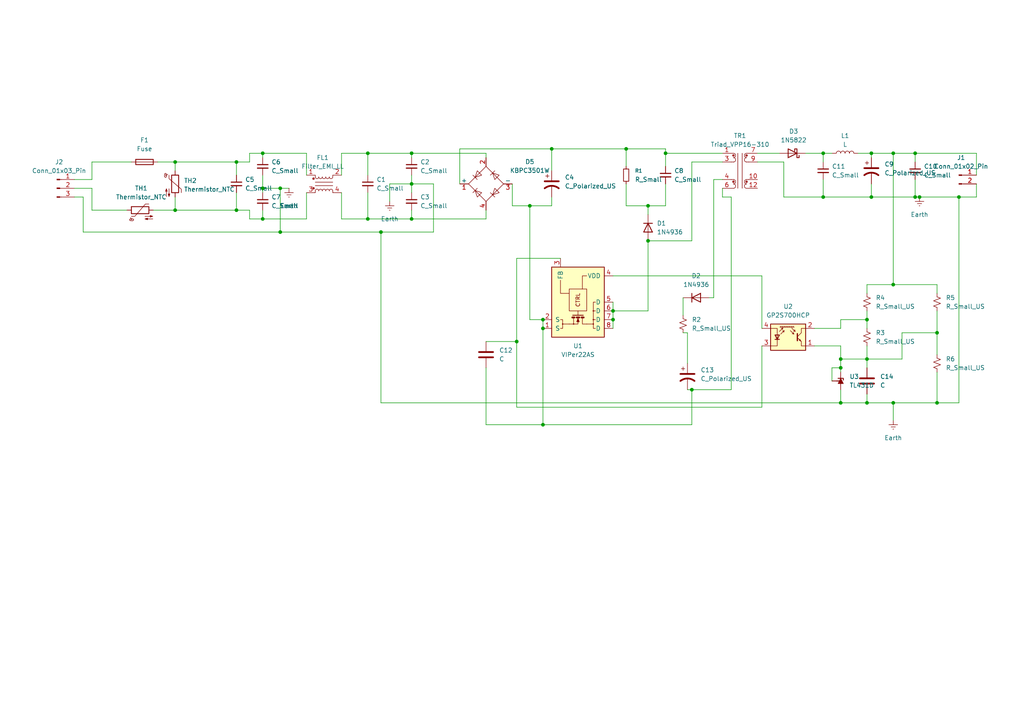
<source format=kicad_sch>
(kicad_sch
	(version 20250114)
	(generator "eeschema")
	(generator_version "9.0")
	(uuid "a91a70b5-0278-44dd-986b-2a34205561a7")
	(paper "A4")
	(lib_symbols
		(symbol "Connector:Conn_01x02_Pin"
			(pin_names
				(offset 1.016)
				(hide yes)
			)
			(exclude_from_sim no)
			(in_bom yes)
			(on_board yes)
			(property "Reference" "J"
				(at 0 2.54 0)
				(effects
					(font
						(size 1.27 1.27)
					)
				)
			)
			(property "Value" "Conn_01x02_Pin"
				(at 0 -5.08 0)
				(effects
					(font
						(size 1.27 1.27)
					)
				)
			)
			(property "Footprint" ""
				(at 0 0 0)
				(effects
					(font
						(size 1.27 1.27)
					)
					(hide yes)
				)
			)
			(property "Datasheet" "~"
				(at 0 0 0)
				(effects
					(font
						(size 1.27 1.27)
					)
					(hide yes)
				)
			)
			(property "Description" "Generic connector, single row, 01x02, script generated"
				(at 0 0 0)
				(effects
					(font
						(size 1.27 1.27)
					)
					(hide yes)
				)
			)
			(property "ki_locked" ""
				(at 0 0 0)
				(effects
					(font
						(size 1.27 1.27)
					)
				)
			)
			(property "ki_keywords" "connector"
				(at 0 0 0)
				(effects
					(font
						(size 1.27 1.27)
					)
					(hide yes)
				)
			)
			(property "ki_fp_filters" "Connector*:*_1x??_*"
				(at 0 0 0)
				(effects
					(font
						(size 1.27 1.27)
					)
					(hide yes)
				)
			)
			(symbol "Conn_01x02_Pin_1_1"
				(rectangle
					(start 0.8636 0.127)
					(end 0 -0.127)
					(stroke
						(width 0.1524)
						(type default)
					)
					(fill
						(type outline)
					)
				)
				(rectangle
					(start 0.8636 -2.413)
					(end 0 -2.667)
					(stroke
						(width 0.1524)
						(type default)
					)
					(fill
						(type outline)
					)
				)
				(polyline
					(pts
						(xy 1.27 0) (xy 0.8636 0)
					)
					(stroke
						(width 0.1524)
						(type default)
					)
					(fill
						(type none)
					)
				)
				(polyline
					(pts
						(xy 1.27 -2.54) (xy 0.8636 -2.54)
					)
					(stroke
						(width 0.1524)
						(type default)
					)
					(fill
						(type none)
					)
				)
				(pin passive line
					(at 5.08 0 180)
					(length 3.81)
					(name "Pin_1"
						(effects
							(font
								(size 1.27 1.27)
							)
						)
					)
					(number "1"
						(effects
							(font
								(size 1.27 1.27)
							)
						)
					)
				)
				(pin passive line
					(at 5.08 -2.54 180)
					(length 3.81)
					(name "Pin_2"
						(effects
							(font
								(size 1.27 1.27)
							)
						)
					)
					(number "2"
						(effects
							(font
								(size 1.27 1.27)
							)
						)
					)
				)
			)
			(embedded_fonts no)
		)
		(symbol "Connector:Conn_01x03_Pin"
			(pin_names
				(offset 1.016)
				(hide yes)
			)
			(exclude_from_sim no)
			(in_bom yes)
			(on_board yes)
			(property "Reference" "J"
				(at 0 5.08 0)
				(effects
					(font
						(size 1.27 1.27)
					)
				)
			)
			(property "Value" "Conn_01x03_Pin"
				(at 0 -5.08 0)
				(effects
					(font
						(size 1.27 1.27)
					)
				)
			)
			(property "Footprint" ""
				(at 0 0 0)
				(effects
					(font
						(size 1.27 1.27)
					)
					(hide yes)
				)
			)
			(property "Datasheet" "~"
				(at 0 0 0)
				(effects
					(font
						(size 1.27 1.27)
					)
					(hide yes)
				)
			)
			(property "Description" "Generic connector, single row, 01x03, script generated"
				(at 0 0 0)
				(effects
					(font
						(size 1.27 1.27)
					)
					(hide yes)
				)
			)
			(property "ki_locked" ""
				(at 0 0 0)
				(effects
					(font
						(size 1.27 1.27)
					)
				)
			)
			(property "ki_keywords" "connector"
				(at 0 0 0)
				(effects
					(font
						(size 1.27 1.27)
					)
					(hide yes)
				)
			)
			(property "ki_fp_filters" "Connector*:*_1x??_*"
				(at 0 0 0)
				(effects
					(font
						(size 1.27 1.27)
					)
					(hide yes)
				)
			)
			(symbol "Conn_01x03_Pin_1_1"
				(rectangle
					(start 0.8636 2.667)
					(end 0 2.413)
					(stroke
						(width 0.1524)
						(type default)
					)
					(fill
						(type outline)
					)
				)
				(rectangle
					(start 0.8636 0.127)
					(end 0 -0.127)
					(stroke
						(width 0.1524)
						(type default)
					)
					(fill
						(type outline)
					)
				)
				(rectangle
					(start 0.8636 -2.413)
					(end 0 -2.667)
					(stroke
						(width 0.1524)
						(type default)
					)
					(fill
						(type outline)
					)
				)
				(polyline
					(pts
						(xy 1.27 2.54) (xy 0.8636 2.54)
					)
					(stroke
						(width 0.1524)
						(type default)
					)
					(fill
						(type none)
					)
				)
				(polyline
					(pts
						(xy 1.27 0) (xy 0.8636 0)
					)
					(stroke
						(width 0.1524)
						(type default)
					)
					(fill
						(type none)
					)
				)
				(polyline
					(pts
						(xy 1.27 -2.54) (xy 0.8636 -2.54)
					)
					(stroke
						(width 0.1524)
						(type default)
					)
					(fill
						(type none)
					)
				)
				(pin passive line
					(at 5.08 2.54 180)
					(length 3.81)
					(name "Pin_1"
						(effects
							(font
								(size 1.27 1.27)
							)
						)
					)
					(number "1"
						(effects
							(font
								(size 1.27 1.27)
							)
						)
					)
				)
				(pin passive line
					(at 5.08 0 180)
					(length 3.81)
					(name "Pin_2"
						(effects
							(font
								(size 1.27 1.27)
							)
						)
					)
					(number "2"
						(effects
							(font
								(size 1.27 1.27)
							)
						)
					)
				)
				(pin passive line
					(at 5.08 -2.54 180)
					(length 3.81)
					(name "Pin_3"
						(effects
							(font
								(size 1.27 1.27)
							)
						)
					)
					(number "3"
						(effects
							(font
								(size 1.27 1.27)
							)
						)
					)
				)
			)
			(embedded_fonts no)
		)
		(symbol "Device:C"
			(pin_numbers
				(hide yes)
			)
			(pin_names
				(offset 0.254)
			)
			(exclude_from_sim no)
			(in_bom yes)
			(on_board yes)
			(property "Reference" "C"
				(at 0.635 2.54 0)
				(effects
					(font
						(size 1.27 1.27)
					)
					(justify left)
				)
			)
			(property "Value" "C"
				(at 0.635 -2.54 0)
				(effects
					(font
						(size 1.27 1.27)
					)
					(justify left)
				)
			)
			(property "Footprint" ""
				(at 0.9652 -3.81 0)
				(effects
					(font
						(size 1.27 1.27)
					)
					(hide yes)
				)
			)
			(property "Datasheet" "~"
				(at 0 0 0)
				(effects
					(font
						(size 1.27 1.27)
					)
					(hide yes)
				)
			)
			(property "Description" "Unpolarized capacitor"
				(at 0 0 0)
				(effects
					(font
						(size 1.27 1.27)
					)
					(hide yes)
				)
			)
			(property "ki_keywords" "cap capacitor"
				(at 0 0 0)
				(effects
					(font
						(size 1.27 1.27)
					)
					(hide yes)
				)
			)
			(property "ki_fp_filters" "C_*"
				(at 0 0 0)
				(effects
					(font
						(size 1.27 1.27)
					)
					(hide yes)
				)
			)
			(symbol "C_0_1"
				(polyline
					(pts
						(xy -2.032 0.762) (xy 2.032 0.762)
					)
					(stroke
						(width 0.508)
						(type default)
					)
					(fill
						(type none)
					)
				)
				(polyline
					(pts
						(xy -2.032 -0.762) (xy 2.032 -0.762)
					)
					(stroke
						(width 0.508)
						(type default)
					)
					(fill
						(type none)
					)
				)
			)
			(symbol "C_1_1"
				(pin passive line
					(at 0 3.81 270)
					(length 2.794)
					(name "~"
						(effects
							(font
								(size 1.27 1.27)
							)
						)
					)
					(number "1"
						(effects
							(font
								(size 1.27 1.27)
							)
						)
					)
				)
				(pin passive line
					(at 0 -3.81 90)
					(length 2.794)
					(name "~"
						(effects
							(font
								(size 1.27 1.27)
							)
						)
					)
					(number "2"
						(effects
							(font
								(size 1.27 1.27)
							)
						)
					)
				)
			)
			(embedded_fonts no)
		)
		(symbol "Device:C_Polarized_US"
			(pin_numbers
				(hide yes)
			)
			(pin_names
				(offset 0.254)
				(hide yes)
			)
			(exclude_from_sim no)
			(in_bom yes)
			(on_board yes)
			(property "Reference" "C"
				(at 0.635 2.54 0)
				(effects
					(font
						(size 1.27 1.27)
					)
					(justify left)
				)
			)
			(property "Value" "C_Polarized_US"
				(at 0.635 -2.54 0)
				(effects
					(font
						(size 1.27 1.27)
					)
					(justify left)
				)
			)
			(property "Footprint" ""
				(at 0 0 0)
				(effects
					(font
						(size 1.27 1.27)
					)
					(hide yes)
				)
			)
			(property "Datasheet" "~"
				(at 0 0 0)
				(effects
					(font
						(size 1.27 1.27)
					)
					(hide yes)
				)
			)
			(property "Description" "Polarized capacitor, US symbol"
				(at 0 0 0)
				(effects
					(font
						(size 1.27 1.27)
					)
					(hide yes)
				)
			)
			(property "ki_keywords" "cap capacitor"
				(at 0 0 0)
				(effects
					(font
						(size 1.27 1.27)
					)
					(hide yes)
				)
			)
			(property "ki_fp_filters" "CP_*"
				(at 0 0 0)
				(effects
					(font
						(size 1.27 1.27)
					)
					(hide yes)
				)
			)
			(symbol "C_Polarized_US_0_1"
				(polyline
					(pts
						(xy -2.032 0.762) (xy 2.032 0.762)
					)
					(stroke
						(width 0.508)
						(type default)
					)
					(fill
						(type none)
					)
				)
				(polyline
					(pts
						(xy -1.778 2.286) (xy -0.762 2.286)
					)
					(stroke
						(width 0)
						(type default)
					)
					(fill
						(type none)
					)
				)
				(polyline
					(pts
						(xy -1.27 1.778) (xy -1.27 2.794)
					)
					(stroke
						(width 0)
						(type default)
					)
					(fill
						(type none)
					)
				)
				(arc
					(start -2.032 -1.27)
					(mid 0 -0.5572)
					(end 2.032 -1.27)
					(stroke
						(width 0.508)
						(type default)
					)
					(fill
						(type none)
					)
				)
			)
			(symbol "C_Polarized_US_1_1"
				(pin passive line
					(at 0 3.81 270)
					(length 2.794)
					(name "~"
						(effects
							(font
								(size 1.27 1.27)
							)
						)
					)
					(number "1"
						(effects
							(font
								(size 1.27 1.27)
							)
						)
					)
				)
				(pin passive line
					(at 0 -3.81 90)
					(length 3.302)
					(name "~"
						(effects
							(font
								(size 1.27 1.27)
							)
						)
					)
					(number "2"
						(effects
							(font
								(size 1.27 1.27)
							)
						)
					)
				)
			)
			(embedded_fonts no)
		)
		(symbol "Device:C_Small"
			(pin_numbers
				(hide yes)
			)
			(pin_names
				(offset 0.254)
				(hide yes)
			)
			(exclude_from_sim no)
			(in_bom yes)
			(on_board yes)
			(property "Reference" "C"
				(at 0.254 1.778 0)
				(effects
					(font
						(size 1.27 1.27)
					)
					(justify left)
				)
			)
			(property "Value" "C_Small"
				(at 0.254 -2.032 0)
				(effects
					(font
						(size 1.27 1.27)
					)
					(justify left)
				)
			)
			(property "Footprint" ""
				(at 0 0 0)
				(effects
					(font
						(size 1.27 1.27)
					)
					(hide yes)
				)
			)
			(property "Datasheet" "~"
				(at 0 0 0)
				(effects
					(font
						(size 1.27 1.27)
					)
					(hide yes)
				)
			)
			(property "Description" "Unpolarized capacitor, small symbol"
				(at 0 0 0)
				(effects
					(font
						(size 1.27 1.27)
					)
					(hide yes)
				)
			)
			(property "ki_keywords" "capacitor cap"
				(at 0 0 0)
				(effects
					(font
						(size 1.27 1.27)
					)
					(hide yes)
				)
			)
			(property "ki_fp_filters" "C_*"
				(at 0 0 0)
				(effects
					(font
						(size 1.27 1.27)
					)
					(hide yes)
				)
			)
			(symbol "C_Small_0_1"
				(polyline
					(pts
						(xy -1.524 0.508) (xy 1.524 0.508)
					)
					(stroke
						(width 0.3048)
						(type default)
					)
					(fill
						(type none)
					)
				)
				(polyline
					(pts
						(xy -1.524 -0.508) (xy 1.524 -0.508)
					)
					(stroke
						(width 0.3302)
						(type default)
					)
					(fill
						(type none)
					)
				)
			)
			(symbol "C_Small_1_1"
				(pin passive line
					(at 0 2.54 270)
					(length 2.032)
					(name "~"
						(effects
							(font
								(size 1.27 1.27)
							)
						)
					)
					(number "1"
						(effects
							(font
								(size 1.27 1.27)
							)
						)
					)
				)
				(pin passive line
					(at 0 -2.54 90)
					(length 2.032)
					(name "~"
						(effects
							(font
								(size 1.27 1.27)
							)
						)
					)
					(number "2"
						(effects
							(font
								(size 1.27 1.27)
							)
						)
					)
				)
			)
			(embedded_fonts no)
		)
		(symbol "Device:Filter_EMI_LL"
			(pin_names
				(offset 0.254)
				(hide yes)
			)
			(exclude_from_sim no)
			(in_bom yes)
			(on_board yes)
			(property "Reference" "FL"
				(at 0 4.445 0)
				(effects
					(font
						(size 1.27 1.27)
					)
				)
			)
			(property "Value" "Filter_EMI_LL"
				(at 0 -4.445 0)
				(effects
					(font
						(size 1.27 1.27)
					)
				)
			)
			(property "Footprint" ""
				(at 0 1.016 0)
				(effects
					(font
						(size 1.27 1.27)
					)
					(hide yes)
				)
			)
			(property "Datasheet" "~"
				(at 0 1.016 0)
				(effects
					(font
						(size 1.27 1.27)
					)
					(hide yes)
				)
			)
			(property "Description" "EMI 2-inductor filter"
				(at 0 0 0)
				(effects
					(font
						(size 1.27 1.27)
					)
					(hide yes)
				)
			)
			(property "ki_keywords" "EMI filter"
				(at 0 0 0)
				(effects
					(font
						(size 1.27 1.27)
					)
					(hide yes)
				)
			)
			(property "ki_fp_filters" "L_* L_CommonMode*"
				(at 0 0 0)
				(effects
					(font
						(size 1.27 1.27)
					)
					(hide yes)
				)
			)
			(symbol "Filter_EMI_LL_0_1"
				(circle
					(center -3.048 1.524)
					(radius 0.254)
					(stroke
						(width 0)
						(type default)
					)
					(fill
						(type outline)
					)
				)
				(circle
					(center -3.048 -1.27)
					(radius 0.254)
					(stroke
						(width 0)
						(type default)
					)
					(fill
						(type outline)
					)
				)
				(polyline
					(pts
						(xy -2.54 2.032) (xy -2.54 2.54)
					)
					(stroke
						(width 0)
						(type default)
					)
					(fill
						(type none)
					)
				)
				(polyline
					(pts
						(xy -2.54 0.508) (xy 2.54 0.508)
					)
					(stroke
						(width 0)
						(type default)
					)
					(fill
						(type none)
					)
				)
				(polyline
					(pts
						(xy -2.54 -2.032) (xy -2.54 -2.54)
					)
					(stroke
						(width 0)
						(type default)
					)
					(fill
						(type none)
					)
				)
				(arc
					(start -1.524 2.032)
					(mid -2.032 1.5262)
					(end -2.54 2.032)
					(stroke
						(width 0)
						(type default)
					)
					(fill
						(type none)
					)
				)
				(arc
					(start -2.54 -2.032)
					(mid -2.032 -1.5262)
					(end -1.524 -2.032)
					(stroke
						(width 0)
						(type default)
					)
					(fill
						(type none)
					)
				)
				(arc
					(start -0.508 2.032)
					(mid -1.016 1.5262)
					(end -1.524 2.032)
					(stroke
						(width 0)
						(type default)
					)
					(fill
						(type none)
					)
				)
				(arc
					(start -1.524 -2.032)
					(mid -1.016 -1.5262)
					(end -0.508 -2.032)
					(stroke
						(width 0)
						(type default)
					)
					(fill
						(type none)
					)
				)
				(arc
					(start 0.508 2.032)
					(mid 0 1.5262)
					(end -0.508 2.032)
					(stroke
						(width 0)
						(type default)
					)
					(fill
						(type none)
					)
				)
				(arc
					(start -0.508 -2.032)
					(mid 0 -1.5262)
					(end 0.508 -2.032)
					(stroke
						(width 0)
						(type default)
					)
					(fill
						(type none)
					)
				)
				(arc
					(start 1.524 2.032)
					(mid 1.016 1.5262)
					(end 0.508 2.032)
					(stroke
						(width 0)
						(type default)
					)
					(fill
						(type none)
					)
				)
				(arc
					(start 0.508 -2.032)
					(mid 1.016 -1.5262)
					(end 1.524 -2.032)
					(stroke
						(width 0)
						(type default)
					)
					(fill
						(type none)
					)
				)
				(arc
					(start 2.54 2.032)
					(mid 2.032 1.5262)
					(end 1.524 2.032)
					(stroke
						(width 0)
						(type default)
					)
					(fill
						(type none)
					)
				)
				(arc
					(start 1.524 -2.032)
					(mid 2.032 -1.5262)
					(end 2.54 -2.032)
					(stroke
						(width 0)
						(type default)
					)
					(fill
						(type none)
					)
				)
				(polyline
					(pts
						(xy 2.54 2.54) (xy 2.54 2.032)
					)
					(stroke
						(width 0)
						(type default)
					)
					(fill
						(type none)
					)
				)
				(polyline
					(pts
						(xy 2.54 -0.508) (xy -2.54 -0.508)
					)
					(stroke
						(width 0)
						(type default)
					)
					(fill
						(type none)
					)
				)
				(polyline
					(pts
						(xy 2.54 -2.032) (xy 2.54 -2.54)
					)
					(stroke
						(width 0)
						(type default)
					)
					(fill
						(type none)
					)
				)
			)
			(symbol "Filter_EMI_LL_1_1"
				(pin passive line
					(at -5.08 2.54 0)
					(length 2.54)
					(name "1"
						(effects
							(font
								(size 1.27 1.27)
							)
						)
					)
					(number "1"
						(effects
							(font
								(size 1.27 1.27)
							)
						)
					)
				)
				(pin passive line
					(at -5.08 -2.54 0)
					(length 2.54)
					(name "3"
						(effects
							(font
								(size 1.27 1.27)
							)
						)
					)
					(number "3"
						(effects
							(font
								(size 1.27 1.27)
							)
						)
					)
				)
				(pin passive line
					(at 5.08 2.54 180)
					(length 2.54)
					(name "2"
						(effects
							(font
								(size 1.27 1.27)
							)
						)
					)
					(number "2"
						(effects
							(font
								(size 1.27 1.27)
							)
						)
					)
				)
				(pin passive line
					(at 5.08 -2.54 180)
					(length 2.54)
					(name "4"
						(effects
							(font
								(size 1.27 1.27)
							)
						)
					)
					(number "4"
						(effects
							(font
								(size 1.27 1.27)
							)
						)
					)
				)
			)
			(embedded_fonts no)
		)
		(symbol "Device:Fuse"
			(pin_numbers
				(hide yes)
			)
			(pin_names
				(offset 0)
			)
			(exclude_from_sim no)
			(in_bom yes)
			(on_board yes)
			(property "Reference" "F"
				(at 2.032 0 90)
				(effects
					(font
						(size 1.27 1.27)
					)
				)
			)
			(property "Value" "Fuse"
				(at -1.905 0 90)
				(effects
					(font
						(size 1.27 1.27)
					)
				)
			)
			(property "Footprint" ""
				(at -1.778 0 90)
				(effects
					(font
						(size 1.27 1.27)
					)
					(hide yes)
				)
			)
			(property "Datasheet" "~"
				(at 0 0 0)
				(effects
					(font
						(size 1.27 1.27)
					)
					(hide yes)
				)
			)
			(property "Description" "Fuse"
				(at 0 0 0)
				(effects
					(font
						(size 1.27 1.27)
					)
					(hide yes)
				)
			)
			(property "ki_keywords" "fuse"
				(at 0 0 0)
				(effects
					(font
						(size 1.27 1.27)
					)
					(hide yes)
				)
			)
			(property "ki_fp_filters" "*Fuse*"
				(at 0 0 0)
				(effects
					(font
						(size 1.27 1.27)
					)
					(hide yes)
				)
			)
			(symbol "Fuse_0_1"
				(rectangle
					(start -0.762 -2.54)
					(end 0.762 2.54)
					(stroke
						(width 0.254)
						(type default)
					)
					(fill
						(type none)
					)
				)
				(polyline
					(pts
						(xy 0 2.54) (xy 0 -2.54)
					)
					(stroke
						(width 0)
						(type default)
					)
					(fill
						(type none)
					)
				)
			)
			(symbol "Fuse_1_1"
				(pin passive line
					(at 0 3.81 270)
					(length 1.27)
					(name "~"
						(effects
							(font
								(size 1.27 1.27)
							)
						)
					)
					(number "1"
						(effects
							(font
								(size 1.27 1.27)
							)
						)
					)
				)
				(pin passive line
					(at 0 -3.81 90)
					(length 1.27)
					(name "~"
						(effects
							(font
								(size 1.27 1.27)
							)
						)
					)
					(number "2"
						(effects
							(font
								(size 1.27 1.27)
							)
						)
					)
				)
			)
			(embedded_fonts no)
		)
		(symbol "Device:L"
			(pin_numbers
				(hide yes)
			)
			(pin_names
				(offset 1.016)
				(hide yes)
			)
			(exclude_from_sim no)
			(in_bom yes)
			(on_board yes)
			(property "Reference" "L"
				(at -1.27 0 90)
				(effects
					(font
						(size 1.27 1.27)
					)
				)
			)
			(property "Value" "L"
				(at 1.905 0 90)
				(effects
					(font
						(size 1.27 1.27)
					)
				)
			)
			(property "Footprint" ""
				(at 0 0 0)
				(effects
					(font
						(size 1.27 1.27)
					)
					(hide yes)
				)
			)
			(property "Datasheet" "~"
				(at 0 0 0)
				(effects
					(font
						(size 1.27 1.27)
					)
					(hide yes)
				)
			)
			(property "Description" "Inductor"
				(at 0 0 0)
				(effects
					(font
						(size 1.27 1.27)
					)
					(hide yes)
				)
			)
			(property "ki_keywords" "inductor choke coil reactor magnetic"
				(at 0 0 0)
				(effects
					(font
						(size 1.27 1.27)
					)
					(hide yes)
				)
			)
			(property "ki_fp_filters" "Choke_* *Coil* Inductor_* L_*"
				(at 0 0 0)
				(effects
					(font
						(size 1.27 1.27)
					)
					(hide yes)
				)
			)
			(symbol "L_0_1"
				(arc
					(start 0 2.54)
					(mid 0.6323 1.905)
					(end 0 1.27)
					(stroke
						(width 0)
						(type default)
					)
					(fill
						(type none)
					)
				)
				(arc
					(start 0 1.27)
					(mid 0.6323 0.635)
					(end 0 0)
					(stroke
						(width 0)
						(type default)
					)
					(fill
						(type none)
					)
				)
				(arc
					(start 0 0)
					(mid 0.6323 -0.635)
					(end 0 -1.27)
					(stroke
						(width 0)
						(type default)
					)
					(fill
						(type none)
					)
				)
				(arc
					(start 0 -1.27)
					(mid 0.6323 -1.905)
					(end 0 -2.54)
					(stroke
						(width 0)
						(type default)
					)
					(fill
						(type none)
					)
				)
			)
			(symbol "L_1_1"
				(pin passive line
					(at 0 3.81 270)
					(length 1.27)
					(name "1"
						(effects
							(font
								(size 1.27 1.27)
							)
						)
					)
					(number "1"
						(effects
							(font
								(size 1.27 1.27)
							)
						)
					)
				)
				(pin passive line
					(at 0 -3.81 90)
					(length 1.27)
					(name "2"
						(effects
							(font
								(size 1.27 1.27)
							)
						)
					)
					(number "2"
						(effects
							(font
								(size 1.27 1.27)
							)
						)
					)
				)
			)
			(embedded_fonts no)
		)
		(symbol "Device:R_Small"
			(pin_numbers
				(hide yes)
			)
			(pin_names
				(offset 0.254)
				(hide yes)
			)
			(exclude_from_sim no)
			(in_bom yes)
			(on_board yes)
			(property "Reference" "R"
				(at 0 0 90)
				(effects
					(font
						(size 1.016 1.016)
					)
				)
			)
			(property "Value" "R_Small"
				(at 1.778 0 90)
				(effects
					(font
						(size 1.27 1.27)
					)
				)
			)
			(property "Footprint" ""
				(at 0 0 0)
				(effects
					(font
						(size 1.27 1.27)
					)
					(hide yes)
				)
			)
			(property "Datasheet" "~"
				(at 0 0 0)
				(effects
					(font
						(size 1.27 1.27)
					)
					(hide yes)
				)
			)
			(property "Description" "Resistor, small symbol"
				(at 0 0 0)
				(effects
					(font
						(size 1.27 1.27)
					)
					(hide yes)
				)
			)
			(property "ki_keywords" "R resistor"
				(at 0 0 0)
				(effects
					(font
						(size 1.27 1.27)
					)
					(hide yes)
				)
			)
			(property "ki_fp_filters" "R_*"
				(at 0 0 0)
				(effects
					(font
						(size 1.27 1.27)
					)
					(hide yes)
				)
			)
			(symbol "R_Small_0_1"
				(rectangle
					(start -0.762 1.778)
					(end 0.762 -1.778)
					(stroke
						(width 0.2032)
						(type default)
					)
					(fill
						(type none)
					)
				)
			)
			(symbol "R_Small_1_1"
				(pin passive line
					(at 0 2.54 270)
					(length 0.762)
					(name "~"
						(effects
							(font
								(size 1.27 1.27)
							)
						)
					)
					(number "1"
						(effects
							(font
								(size 1.27 1.27)
							)
						)
					)
				)
				(pin passive line
					(at 0 -2.54 90)
					(length 0.762)
					(name "~"
						(effects
							(font
								(size 1.27 1.27)
							)
						)
					)
					(number "2"
						(effects
							(font
								(size 1.27 1.27)
							)
						)
					)
				)
			)
			(embedded_fonts no)
		)
		(symbol "Device:R_Small_US"
			(pin_numbers
				(hide yes)
			)
			(pin_names
				(offset 0.254)
				(hide yes)
			)
			(exclude_from_sim no)
			(in_bom yes)
			(on_board yes)
			(property "Reference" "R"
				(at 0.762 0.508 0)
				(effects
					(font
						(size 1.27 1.27)
					)
					(justify left)
				)
			)
			(property "Value" "R_Small_US"
				(at 0.762 -1.016 0)
				(effects
					(font
						(size 1.27 1.27)
					)
					(justify left)
				)
			)
			(property "Footprint" ""
				(at 0 0 0)
				(effects
					(font
						(size 1.27 1.27)
					)
					(hide yes)
				)
			)
			(property "Datasheet" "~"
				(at 0 0 0)
				(effects
					(font
						(size 1.27 1.27)
					)
					(hide yes)
				)
			)
			(property "Description" "Resistor, small US symbol"
				(at 0 0 0)
				(effects
					(font
						(size 1.27 1.27)
					)
					(hide yes)
				)
			)
			(property "ki_keywords" "r resistor"
				(at 0 0 0)
				(effects
					(font
						(size 1.27 1.27)
					)
					(hide yes)
				)
			)
			(property "ki_fp_filters" "R_*"
				(at 0 0 0)
				(effects
					(font
						(size 1.27 1.27)
					)
					(hide yes)
				)
			)
			(symbol "R_Small_US_1_1"
				(polyline
					(pts
						(xy 0 1.524) (xy 1.016 1.143) (xy 0 0.762) (xy -1.016 0.381) (xy 0 0)
					)
					(stroke
						(width 0)
						(type default)
					)
					(fill
						(type none)
					)
				)
				(polyline
					(pts
						(xy 0 0) (xy 1.016 -0.381) (xy 0 -0.762) (xy -1.016 -1.143) (xy 0 -1.524)
					)
					(stroke
						(width 0)
						(type default)
					)
					(fill
						(type none)
					)
				)
				(pin passive line
					(at 0 2.54 270)
					(length 1.016)
					(name "~"
						(effects
							(font
								(size 1.27 1.27)
							)
						)
					)
					(number "1"
						(effects
							(font
								(size 1.27 1.27)
							)
						)
					)
				)
				(pin passive line
					(at 0 -2.54 90)
					(length 1.016)
					(name "~"
						(effects
							(font
								(size 1.27 1.27)
							)
						)
					)
					(number "2"
						(effects
							(font
								(size 1.27 1.27)
							)
						)
					)
				)
			)
			(embedded_fonts no)
		)
		(symbol "Device:Thermistor_NTC"
			(pin_numbers
				(hide yes)
			)
			(pin_names
				(offset 0)
			)
			(exclude_from_sim no)
			(in_bom yes)
			(on_board yes)
			(property "Reference" "TH"
				(at -4.445 0 90)
				(effects
					(font
						(size 1.27 1.27)
					)
				)
			)
			(property "Value" "Thermistor_NTC"
				(at 3.175 0 90)
				(effects
					(font
						(size 1.27 1.27)
					)
				)
			)
			(property "Footprint" ""
				(at 0 1.27 0)
				(effects
					(font
						(size 1.27 1.27)
					)
					(hide yes)
				)
			)
			(property "Datasheet" "~"
				(at 0 1.27 0)
				(effects
					(font
						(size 1.27 1.27)
					)
					(hide yes)
				)
			)
			(property "Description" "Temperature dependent resistor, negative temperature coefficient"
				(at 0 0 0)
				(effects
					(font
						(size 1.27 1.27)
					)
					(hide yes)
				)
			)
			(property "ki_keywords" "thermistor NTC resistor sensor RTD"
				(at 0 0 0)
				(effects
					(font
						(size 1.27 1.27)
					)
					(hide yes)
				)
			)
			(property "ki_fp_filters" "*NTC* *Thermistor* PIN?ARRAY* bornier* *Terminal?Block* R_*"
				(at 0 0 0)
				(effects
					(font
						(size 1.27 1.27)
					)
					(hide yes)
				)
			)
			(symbol "Thermistor_NTC_0_1"
				(arc
					(start -3.175 2.413)
					(mid -3.0506 2.3165)
					(end -3.048 2.159)
					(stroke
						(width 0)
						(type default)
					)
					(fill
						(type none)
					)
				)
				(arc
					(start -3.048 2.794)
					(mid -2.9736 2.9736)
					(end -2.794 3.048)
					(stroke
						(width 0)
						(type default)
					)
					(fill
						(type none)
					)
				)
				(arc
					(start -2.794 3.048)
					(mid -2.6144 2.9736)
					(end -2.54 2.794)
					(stroke
						(width 0)
						(type default)
					)
					(fill
						(type none)
					)
				)
				(arc
					(start -2.794 2.54)
					(mid -2.9736 2.6144)
					(end -3.048 2.794)
					(stroke
						(width 0)
						(type default)
					)
					(fill
						(type none)
					)
				)
				(arc
					(start -2.794 1.905)
					(mid -2.9736 1.9794)
					(end -3.048 2.159)
					(stroke
						(width 0)
						(type default)
					)
					(fill
						(type none)
					)
				)
				(arc
					(start -2.54 2.159)
					(mid -2.6144 1.9794)
					(end -2.794 1.905)
					(stroke
						(width 0)
						(type default)
					)
					(fill
						(type none)
					)
				)
				(arc
					(start -2.159 2.794)
					(mid -2.434 2.5608)
					(end -2.794 2.54)
					(stroke
						(width 0)
						(type default)
					)
					(fill
						(type none)
					)
				)
				(polyline
					(pts
						(xy -2.54 2.159) (xy -2.54 2.794)
					)
					(stroke
						(width 0)
						(type default)
					)
					(fill
						(type none)
					)
				)
				(polyline
					(pts
						(xy -2.54 -3.683) (xy -2.54 -1.397) (xy -2.794 -2.159) (xy -2.286 -2.159) (xy -2.54 -1.397) (xy -2.54 -1.651)
					)
					(stroke
						(width 0)
						(type default)
					)
					(fill
						(type outline)
					)
				)
				(polyline
					(pts
						(xy -1.778 2.54) (xy -1.778 1.524) (xy 1.778 -1.524) (xy 1.778 -2.54)
					)
					(stroke
						(width 0)
						(type default)
					)
					(fill
						(type none)
					)
				)
				(polyline
					(pts
						(xy -1.778 -1.397) (xy -1.778 -3.683) (xy -2.032 -2.921) (xy -1.524 -2.921) (xy -1.778 -3.683)
						(xy -1.778 -3.429)
					)
					(stroke
						(width 0)
						(type default)
					)
					(fill
						(type outline)
					)
				)
				(rectangle
					(start -1.016 2.54)
					(end 1.016 -2.54)
					(stroke
						(width 0.254)
						(type default)
					)
					(fill
						(type none)
					)
				)
			)
			(symbol "Thermistor_NTC_1_1"
				(pin passive line
					(at 0 3.81 270)
					(length 1.27)
					(name "~"
						(effects
							(font
								(size 1.27 1.27)
							)
						)
					)
					(number "1"
						(effects
							(font
								(size 1.27 1.27)
							)
						)
					)
				)
				(pin passive line
					(at 0 -3.81 90)
					(length 1.27)
					(name "~"
						(effects
							(font
								(size 1.27 1.27)
							)
						)
					)
					(number "2"
						(effects
							(font
								(size 1.27 1.27)
							)
						)
					)
				)
			)
			(embedded_fonts no)
		)
		(symbol "Diode:1N4936"
			(pin_numbers
				(hide yes)
			)
			(pin_names
				(hide yes)
			)
			(exclude_from_sim no)
			(in_bom yes)
			(on_board yes)
			(property "Reference" "D"
				(at 0 2.54 0)
				(effects
					(font
						(size 1.27 1.27)
					)
				)
			)
			(property "Value" "1N4936"
				(at 0 -2.54 0)
				(effects
					(font
						(size 1.27 1.27)
					)
				)
			)
			(property "Footprint" "Diode_THT:D_DO-41_SOD81_P10.16mm_Horizontal"
				(at 0 0 0)
				(effects
					(font
						(size 1.27 1.27)
					)
					(hide yes)
				)
			)
			(property "Datasheet" "https://www.vishay.com/docs/88508/1n4933.pdf"
				(at 0 0 0)
				(effects
					(font
						(size 1.27 1.27)
					)
					(hide yes)
				)
			)
			(property "Description" "Fast Switching Plastic Rectifier, VRRM 400V, IF(AV) 1.0A, trr 200ns, DO-41"
				(at 0 0 0)
				(effects
					(font
						(size 1.27 1.27)
					)
					(hide yes)
				)
			)
			(property "Sim.Device" "D"
				(at 0 0 0)
				(effects
					(font
						(size 1.27 1.27)
					)
					(hide yes)
				)
			)
			(property "Sim.Pins" "1=K 2=A"
				(at 0 0 0)
				(effects
					(font
						(size 1.27 1.27)
					)
					(hide yes)
				)
			)
			(property "ki_keywords" "diode"
				(at 0 0 0)
				(effects
					(font
						(size 1.27 1.27)
					)
					(hide yes)
				)
			)
			(property "ki_fp_filters" "D*DO?41*"
				(at 0 0 0)
				(effects
					(font
						(size 1.27 1.27)
					)
					(hide yes)
				)
			)
			(symbol "1N4936_0_1"
				(polyline
					(pts
						(xy -1.27 1.27) (xy -1.27 -1.27)
					)
					(stroke
						(width 0.254)
						(type default)
					)
					(fill
						(type none)
					)
				)
				(polyline
					(pts
						(xy 1.27 1.27) (xy 1.27 -1.27) (xy -1.27 0) (xy 1.27 1.27)
					)
					(stroke
						(width 0.254)
						(type default)
					)
					(fill
						(type none)
					)
				)
				(polyline
					(pts
						(xy 1.27 0) (xy -1.27 0)
					)
					(stroke
						(width 0)
						(type default)
					)
					(fill
						(type none)
					)
				)
			)
			(symbol "1N4936_1_1"
				(pin passive line
					(at -3.81 0 0)
					(length 2.54)
					(name "K"
						(effects
							(font
								(size 1.27 1.27)
							)
						)
					)
					(number "1"
						(effects
							(font
								(size 1.27 1.27)
							)
						)
					)
				)
				(pin passive line
					(at 3.81 0 180)
					(length 2.54)
					(name "A"
						(effects
							(font
								(size 1.27 1.27)
							)
						)
					)
					(number "2"
						(effects
							(font
								(size 1.27 1.27)
							)
						)
					)
				)
			)
			(embedded_fonts no)
		)
		(symbol "Diode:1N5822"
			(pin_numbers
				(hide yes)
			)
			(pin_names
				(offset 1.016)
				(hide yes)
			)
			(exclude_from_sim no)
			(in_bom yes)
			(on_board yes)
			(property "Reference" "D"
				(at 0 2.54 0)
				(effects
					(font
						(size 1.27 1.27)
					)
				)
			)
			(property "Value" "1N5822"
				(at 0 -2.54 0)
				(effects
					(font
						(size 1.27 1.27)
					)
				)
			)
			(property "Footprint" "Diode_THT:D_DO-201AD_P15.24mm_Horizontal"
				(at 0 -4.445 0)
				(effects
					(font
						(size 1.27 1.27)
					)
					(hide yes)
				)
			)
			(property "Datasheet" "http://www.vishay.com/docs/88526/1n5820.pdf"
				(at 0 0 0)
				(effects
					(font
						(size 1.27 1.27)
					)
					(hide yes)
				)
			)
			(property "Description" "40V 3A Schottky Barrier Rectifier Diode, DO-201AD"
				(at 0 0 0)
				(effects
					(font
						(size 1.27 1.27)
					)
					(hide yes)
				)
			)
			(property "ki_keywords" "diode Schottky"
				(at 0 0 0)
				(effects
					(font
						(size 1.27 1.27)
					)
					(hide yes)
				)
			)
			(property "ki_fp_filters" "D*DO?201AD*"
				(at 0 0 0)
				(effects
					(font
						(size 1.27 1.27)
					)
					(hide yes)
				)
			)
			(symbol "1N5822_0_1"
				(polyline
					(pts
						(xy -1.905 0.635) (xy -1.905 1.27) (xy -1.27 1.27) (xy -1.27 -1.27) (xy -0.635 -1.27) (xy -0.635 -0.635)
					)
					(stroke
						(width 0.254)
						(type default)
					)
					(fill
						(type none)
					)
				)
				(polyline
					(pts
						(xy 1.27 1.27) (xy 1.27 -1.27) (xy -1.27 0) (xy 1.27 1.27)
					)
					(stroke
						(width 0.254)
						(type default)
					)
					(fill
						(type none)
					)
				)
				(polyline
					(pts
						(xy 1.27 0) (xy -1.27 0)
					)
					(stroke
						(width 0)
						(type default)
					)
					(fill
						(type none)
					)
				)
			)
			(symbol "1N5822_1_1"
				(pin passive line
					(at -3.81 0 0)
					(length 2.54)
					(name "K"
						(effects
							(font
								(size 1.27 1.27)
							)
						)
					)
					(number "1"
						(effects
							(font
								(size 1.27 1.27)
							)
						)
					)
				)
				(pin passive line
					(at 3.81 0 180)
					(length 2.54)
					(name "A"
						(effects
							(font
								(size 1.27 1.27)
							)
						)
					)
					(number "2"
						(effects
							(font
								(size 1.27 1.27)
							)
						)
					)
				)
			)
			(embedded_fonts no)
		)
		(symbol "Diode_Bridge:KBPC3501W"
			(pin_names
				(offset 0)
			)
			(exclude_from_sim no)
			(in_bom yes)
			(on_board yes)
			(property "Reference" "D"
				(at 7.62 7.62 0)
				(effects
					(font
						(size 1.27 1.27)
					)
				)
			)
			(property "Value" "KBPC3501W"
				(at 7.62 5.08 0)
				(effects
					(font
						(size 1.27 1.27)
					)
				)
			)
			(property "Footprint" "Diode_THT:Diode_Bridge_GeneSiC_KBPC_W"
				(at 0 -15.24 0)
				(effects
					(font
						(size 1.27 1.27)
					)
					(hide yes)
				)
			)
			(property "Datasheet" "https://www.diodemodule.com/bridge-rectifier/kbpc/kbpc3501t.pdf"
				(at 22.86 0 0)
				(effects
					(font
						(size 1.27 1.27)
					)
					(hide yes)
				)
			)
			(property "Description" "Single-Phase Bridge Rectifier, 70V Vrms, 35A If, KBPC-W(WS)"
				(at 0 0 0)
				(effects
					(font
						(size 1.27 1.27)
					)
					(hide yes)
				)
			)
			(property "ki_keywords" "diode full"
				(at 0 0 0)
				(effects
					(font
						(size 1.27 1.27)
					)
					(hide yes)
				)
			)
			(property "ki_fp_filters" "Diode*Bridge*KBPC?W*"
				(at 0 0 0)
				(effects
					(font
						(size 1.27 1.27)
					)
					(hide yes)
				)
			)
			(symbol "KBPC3501W_0_1"
				(polyline
					(pts
						(xy -5.08 0) (xy 0 -5.08) (xy 5.08 0) (xy 0 5.08) (xy -5.08 0)
					)
					(stroke
						(width 0)
						(type default)
					)
					(fill
						(type none)
					)
				)
				(polyline
					(pts
						(xy -3.81 2.54) (xy -2.54 1.27) (xy -1.905 3.175) (xy -3.81 2.54)
					)
					(stroke
						(width 0)
						(type default)
					)
					(fill
						(type none)
					)
				)
				(polyline
					(pts
						(xy -2.54 3.81) (xy -1.27 2.54)
					)
					(stroke
						(width 0)
						(type default)
					)
					(fill
						(type none)
					)
				)
				(polyline
					(pts
						(xy -2.54 -1.27) (xy -3.81 -2.54) (xy -1.905 -3.175) (xy -2.54 -1.27)
					)
					(stroke
						(width 0)
						(type default)
					)
					(fill
						(type none)
					)
				)
				(polyline
					(pts
						(xy -1.27 -2.54) (xy -2.54 -3.81)
					)
					(stroke
						(width 0)
						(type default)
					)
					(fill
						(type none)
					)
				)
				(polyline
					(pts
						(xy 1.27 2.54) (xy 2.54 3.81) (xy 3.175 1.905) (xy 1.27 2.54)
					)
					(stroke
						(width 0)
						(type default)
					)
					(fill
						(type none)
					)
				)
				(polyline
					(pts
						(xy 2.54 1.27) (xy 3.81 2.54)
					)
					(stroke
						(width 0)
						(type default)
					)
					(fill
						(type none)
					)
				)
				(polyline
					(pts
						(xy 2.54 -1.27) (xy 3.81 -2.54)
					)
					(stroke
						(width 0)
						(type default)
					)
					(fill
						(type none)
					)
				)
				(polyline
					(pts
						(xy 3.175 -1.905) (xy 1.27 -2.54) (xy 2.54 -3.81) (xy 3.175 -1.905)
					)
					(stroke
						(width 0)
						(type default)
					)
					(fill
						(type none)
					)
				)
			)
			(symbol "KBPC3501W_1_1"
				(pin passive line
					(at -7.62 0 0)
					(length 2.54)
					(name "-"
						(effects
							(font
								(size 1.27 1.27)
							)
						)
					)
					(number "3"
						(effects
							(font
								(size 1.27 1.27)
							)
						)
					)
				)
				(pin passive line
					(at 0 7.62 270)
					(length 2.54)
					(name "~"
						(effects
							(font
								(size 1.27 1.27)
							)
						)
					)
					(number "4"
						(effects
							(font
								(size 1.27 1.27)
							)
						)
					)
				)
				(pin passive line
					(at 0 -7.62 90)
					(length 2.54)
					(name "~"
						(effects
							(font
								(size 1.27 1.27)
							)
						)
					)
					(number "2"
						(effects
							(font
								(size 1.27 1.27)
							)
						)
					)
				)
				(pin passive line
					(at 7.62 0 180)
					(length 2.54)
					(name "+"
						(effects
							(font
								(size 1.27 1.27)
							)
						)
					)
					(number "1"
						(effects
							(font
								(size 1.27 1.27)
							)
						)
					)
				)
			)
			(embedded_fonts no)
		)
		(symbol "Reference_Voltage:TL431D"
			(pin_numbers
				(hide yes)
			)
			(pin_names
				(hide yes)
			)
			(exclude_from_sim no)
			(in_bom yes)
			(on_board yes)
			(property "Reference" "U"
				(at 0 -2.54 0)
				(effects
					(font
						(size 1.27 1.27)
					)
				)
			)
			(property "Value" "TL431D"
				(at 0 -4.445 0)
				(effects
					(font
						(size 1.27 1.27)
					)
				)
			)
			(property "Footprint" "Package_SO:SOIC-8_3.9x4.9mm_P1.27mm"
				(at 0 -6.35 0)
				(effects
					(font
						(size 1.27 1.27)
						(italic yes)
					)
					(hide yes)
				)
			)
			(property "Datasheet" "http://www.ti.com/lit/ds/symlink/tl431.pdf"
				(at 0.254 -10.668 0)
				(effects
					(font
						(size 1.27 1.27)
						(italic yes)
					)
					(hide yes)
				)
			)
			(property "Description" "Shunt Regulator, SO-8"
				(at -0.254 -8.382 0)
				(effects
					(font
						(size 1.27 1.27)
					)
					(hide yes)
				)
			)
			(property "ki_keywords" "diode device shunt regulator"
				(at 0 0 0)
				(effects
					(font
						(size 1.27 1.27)
					)
					(hide yes)
				)
			)
			(property "ki_fp_filters" "SOIC?8*3.9x4.9mm*P1.27mm*"
				(at 0 0 0)
				(effects
					(font
						(size 1.27 1.27)
					)
					(hide yes)
				)
			)
			(symbol "TL431D_0_1"
				(polyline
					(pts
						(xy -1.27 0) (xy 0 0) (xy 1.27 0)
					)
					(stroke
						(width 0)
						(type default)
					)
					(fill
						(type none)
					)
				)
				(polyline
					(pts
						(xy -0.762 -0.762) (xy -0.762 0.762) (xy -0.762 0.762) (xy 0.762 0) (xy -0.762 -0.762)
					)
					(stroke
						(width 0)
						(type default)
					)
					(fill
						(type outline)
					)
				)
				(polyline
					(pts
						(xy 0.254 -0.762) (xy 0.762 -0.762) (xy 0.762 0.762) (xy 0.762 0.762)
					)
					(stroke
						(width 0.254)
						(type default)
					)
					(fill
						(type none)
					)
				)
			)
			(symbol "TL431D_1_1"
				(polyline
					(pts
						(xy 0 1.27) (xy 0 0)
					)
					(stroke
						(width 0)
						(type default)
					)
					(fill
						(type none)
					)
				)
				(pin passive line
					(at -2.54 0 0)
					(length 2.54)
					(name "A"
						(effects
							(font
								(size 1.27 1.27)
							)
						)
					)
					(number "2"
						(effects
							(font
								(size 1.27 1.27)
							)
						)
					)
				)
				(pin passive line
					(at -2.54 0 0)
					(length 2.54)
					(hide yes)
					(name "A"
						(effects
							(font
								(size 1.27 1.27)
							)
						)
					)
					(number "3"
						(effects
							(font
								(size 1.27 1.27)
							)
						)
					)
				)
				(pin passive line
					(at -2.54 0 0)
					(length 2.54)
					(hide yes)
					(name "A"
						(effects
							(font
								(size 1.27 1.27)
							)
						)
					)
					(number "6"
						(effects
							(font
								(size 1.27 1.27)
							)
						)
					)
				)
				(pin passive line
					(at -2.54 0 0)
					(length 2.54)
					(hide yes)
					(name "A"
						(effects
							(font
								(size 1.27 1.27)
							)
						)
					)
					(number "7"
						(effects
							(font
								(size 1.27 1.27)
							)
						)
					)
				)
				(pin passive line
					(at 0 2.54 270)
					(length 2.54)
					(name "REF"
						(effects
							(font
								(size 1.27 1.27)
							)
						)
					)
					(number "8"
						(effects
							(font
								(size 1.27 1.27)
							)
						)
					)
				)
				(pin passive line
					(at 2.54 0 180)
					(length 2.54)
					(name "K"
						(effects
							(font
								(size 1.27 1.27)
							)
						)
					)
					(number "1"
						(effects
							(font
								(size 1.27 1.27)
							)
						)
					)
				)
			)
			(embedded_fonts no)
		)
		(symbol "Regulator_Switching:VIPer22AS"
			(pin_names
				(offset 1.016)
			)
			(exclude_from_sim no)
			(in_bom yes)
			(on_board yes)
			(property "Reference" "U"
				(at 11.43 6.35 0)
				(effects
					(font
						(size 1.27 1.27)
					)
					(justify left)
				)
			)
			(property "Value" "VIPer22AS"
				(at 11.43 3.81 0)
				(effects
					(font
						(size 1.27 1.27)
					)
					(justify left)
				)
			)
			(property "Footprint" "Package_SO:SOIC-8_3.9x4.9mm_P1.27mm"
				(at 11.43 1.27 0)
				(effects
					(font
						(size 1.27 1.27)
						(italic yes)
					)
					(justify left)
					(hide yes)
				)
			)
			(property "Datasheet" "http://www.st.com/web/en/resource/technical/document/datasheet/CD00087939.pdf"
				(at 0 0 0)
				(effects
					(font
						(size 1.27 1.27)
					)
					(hide yes)
				)
			)
			(property "Description" "Low power OFF-line SMPS primary switcher"
				(at 0 0 0)
				(effects
					(font
						(size 1.27 1.27)
					)
					(hide yes)
				)
			)
			(property "ki_keywords" "SMPS"
				(at 0 0 0)
				(effects
					(font
						(size 1.27 1.27)
					)
					(hide yes)
				)
			)
			(property "ki_fp_filters" "SOIC*3.9x4.9mm*P1.27mm*"
				(at 0 0 0)
				(effects
					(font
						(size 1.27 1.27)
					)
					(hide yes)
				)
			)
			(symbol "VIPer22AS_0_0"
				(rectangle
					(start -10.16 7.62)
					(end 10.16 -7.62)
					(stroke
						(width 0.254)
						(type default)
					)
					(fill
						(type background)
					)
				)
				(polyline
					(pts
						(xy 0 5.08) (xy 0 4.445) (xy 7.62 4.445) (xy 7.62 5.08)
					)
					(stroke
						(width 0)
						(type default)
					)
					(fill
						(type none)
					)
				)
				(polyline
					(pts
						(xy 2.54 5.08) (xy 2.54 4.445)
					)
					(stroke
						(width 0)
						(type default)
					)
					(fill
						(type none)
					)
				)
				(circle
					(center 2.54 4.445)
					(radius 0.127)
					(stroke
						(width 0)
						(type default)
					)
					(fill
						(type none)
					)
				)
				(polyline
					(pts
						(xy 5.08 5.08) (xy 5.08 4.445)
					)
					(stroke
						(width 0)
						(type default)
					)
					(fill
						(type none)
					)
				)
				(circle
					(center 5.08 4.445)
					(radius 0.127)
					(stroke
						(width 0)
						(type default)
					)
					(fill
						(type none)
					)
				)
				(polyline
					(pts
						(xy 5.08 -5.08) (xy 5.08 -4.445) (xy 7.62 -4.445) (xy 7.62 -5.08)
					)
					(stroke
						(width 0)
						(type default)
					)
					(fill
						(type none)
					)
				)
				(circle
					(center 6.35 4.445)
					(radius 0.127)
					(stroke
						(width 0)
						(type default)
					)
					(fill
						(type none)
					)
				)
				(polyline
					(pts
						(xy 6.35 2.54) (xy 6.35 4.445)
					)
					(stroke
						(width 0)
						(type default)
					)
					(fill
						(type none)
					)
				)
				(circle
					(center 6.35 -1.27)
					(radius 0.127)
					(stroke
						(width 0)
						(type default)
					)
					(fill
						(type none)
					)
				)
				(polyline
					(pts
						(xy 6.35 -2.54) (xy 6.35 -4.445)
					)
					(stroke
						(width 0)
						(type default)
					)
					(fill
						(type none)
					)
				)
				(circle
					(center 6.35 -4.445)
					(radius 0.127)
					(stroke
						(width 0)
						(type default)
					)
					(fill
						(type none)
					)
				)
				(text "CTRL"
					(at -0.635 0 0)
					(effects
						(font
							(size 1.1176 1.1176)
						)
					)
				)
			)
			(symbol "VIPer22AS_0_1"
				(polyline
					(pts
						(xy -7.62 2.54) (xy -7.62 1.27) (xy -3.81 1.27)
					)
					(stroke
						(width 0)
						(type default)
					)
					(fill
						(type none)
					)
				)
				(polyline
					(pts
						(xy -6.35 -5.08) (xy -2.54 -5.08) (xy -2.54 -2.54)
					)
					(stroke
						(width 0)
						(type default)
					)
					(fill
						(type none)
					)
				)
				(rectangle
					(start -3.81 2.54)
					(end 2.54 -2.54)
					(stroke
						(width 0)
						(type default)
					)
					(fill
						(type none)
					)
				)
				(polyline
					(pts
						(xy 3.81 1.524) (xy 3.81 -1.524) (xy 3.81 -1.524)
					)
					(stroke
						(width 0.254)
						(type default)
					)
					(fill
						(type none)
					)
				)
				(polyline
					(pts
						(xy 3.81 0) (xy 2.54 0)
					)
					(stroke
						(width 0)
						(type default)
					)
					(fill
						(type none)
					)
				)
				(polyline
					(pts
						(xy 4.445 1.651) (xy 4.445 1.016)
					)
					(stroke
						(width 0.508)
						(type default)
					)
					(fill
						(type none)
					)
				)
				(polyline
					(pts
						(xy 4.445 0.381) (xy 4.445 -0.381)
					)
					(stroke
						(width 0.508)
						(type default)
					)
					(fill
						(type none)
					)
				)
				(polyline
					(pts
						(xy 4.445 -1.016) (xy 4.445 -1.651)
					)
					(stroke
						(width 0.508)
						(type default)
					)
					(fill
						(type none)
					)
				)
				(polyline
					(pts
						(xy 4.572 1.27) (xy 6.35 1.27) (xy 6.35 2.54) (xy 6.35 2.54)
					)
					(stroke
						(width 0)
						(type default)
					)
					(fill
						(type none)
					)
				)
				(polyline
					(pts
						(xy 4.572 0) (xy 5.08 0) (xy 6.35 0) (xy 6.35 -1.27) (xy 6.35 -1.27)
					)
					(stroke
						(width 0)
						(type default)
					)
					(fill
						(type none)
					)
				)
				(polyline
					(pts
						(xy 4.572 -1.27) (xy 6.35 -1.27) (xy 6.35 -2.54) (xy 6.35 -2.54)
					)
					(stroke
						(width 0)
						(type default)
					)
					(fill
						(type none)
					)
				)
				(polyline
					(pts
						(xy 4.699 0) (xy 5.715 0.381) (xy 5.715 -0.381) (xy 4.699 0) (xy 4.826 0) (xy 4.826 0)
					)
					(stroke
						(width 0)
						(type default)
					)
					(fill
						(type outline)
					)
				)
			)
			(symbol "VIPer22AS_1_1"
				(pin input line
					(at -12.7 -5.08 0)
					(length 2.54)
					(name "FB"
						(effects
							(font
								(size 1.27 1.27)
							)
						)
					)
					(number "3"
						(effects
							(font
								(size 1.27 1.27)
							)
						)
					)
				)
				(pin power_in line
					(at -7.62 10.16 270)
					(length 2.54)
					(name "VDD"
						(effects
							(font
								(size 1.27 1.27)
							)
						)
					)
					(number "4"
						(effects
							(font
								(size 1.27 1.27)
							)
						)
					)
				)
				(pin passive line
					(at 0 10.16 270)
					(length 2.54)
					(name "D"
						(effects
							(font
								(size 1.27 1.27)
							)
						)
					)
					(number "5"
						(effects
							(font
								(size 1.27 1.27)
							)
						)
					)
				)
				(pin passive line
					(at 2.54 10.16 270)
					(length 2.54)
					(name "D"
						(effects
							(font
								(size 1.27 1.27)
							)
						)
					)
					(number "6"
						(effects
							(font
								(size 1.27 1.27)
							)
						)
					)
				)
				(pin passive line
					(at 5.08 10.16 270)
					(length 2.54)
					(name "D"
						(effects
							(font
								(size 1.27 1.27)
							)
						)
					)
					(number "7"
						(effects
							(font
								(size 1.27 1.27)
							)
						)
					)
				)
				(pin passive line
					(at 5.08 -10.16 90)
					(length 2.54)
					(name "S"
						(effects
							(font
								(size 1.27 1.27)
							)
						)
					)
					(number "2"
						(effects
							(font
								(size 1.27 1.27)
							)
						)
					)
				)
				(pin passive line
					(at 7.62 10.16 270)
					(length 2.54)
					(name "D"
						(effects
							(font
								(size 1.27 1.27)
							)
						)
					)
					(number "8"
						(effects
							(font
								(size 1.27 1.27)
							)
						)
					)
				)
				(pin passive line
					(at 7.62 -10.16 90)
					(length 2.54)
					(name "S"
						(effects
							(font
								(size 1.27 1.27)
							)
						)
					)
					(number "1"
						(effects
							(font
								(size 1.27 1.27)
							)
						)
					)
				)
			)
			(embedded_fonts no)
		)
		(symbol "Sensor_Proximity:GP2S700HCP"
			(pin_names
				(offset 0.0254)
				(hide yes)
			)
			(exclude_from_sim no)
			(in_bom yes)
			(on_board yes)
			(property "Reference" "U"
				(at -3.81 5.08 0)
				(effects
					(font
						(size 1.27 1.27)
					)
				)
			)
			(property "Value" "GP2S700HCP"
				(at 12.7 5.08 0)
				(effects
					(font
						(size 1.27 1.27)
					)
					(justify right)
				)
			)
			(property "Footprint" "OptoDevice:Sharp_GP2S700HCP"
				(at 0 -5.08 0)
				(effects
					(font
						(size 1.27 1.27)
					)
					(hide yes)
				)
			)
			(property "Datasheet" "https://www.sharpsde.com/fileadmin/products/Optoelectronics/Isolation%20Devices/Specs_Photointerrupter/GP2S700HCP_03Oct05_DS_D3-A02201FEN.pdf"
				(at 0 2.54 0)
				(effects
					(font
						(size 1.27 1.27)
					)
					(hide yes)
				)
			)
			(property "Description" "Reflective Optical Sensor 0.217\" (5.5mm) 4-SMD"
				(at 0 0 0)
				(effects
					(font
						(size 1.27 1.27)
					)
					(hide yes)
				)
			)
			(property "ki_keywords" "Reflective Optical Sensor Opto reflex coupler"
				(at 0 0 0)
				(effects
					(font
						(size 1.27 1.27)
					)
					(hide yes)
				)
			)
			(property "ki_fp_filters" "Sharp*GP2S700HCP*"
				(at 0 0 0)
				(effects
					(font
						(size 1.27 1.27)
					)
					(hide yes)
				)
			)
			(symbol "GP2S700HCP_0_1"
				(polyline
					(pts
						(xy -5.08 -2.54) (xy -3.175 -2.54) (xy -3.175 2.54) (xy -5.08 2.54)
					)
					(stroke
						(width 0)
						(type default)
					)
					(fill
						(type none)
					)
				)
				(polyline
					(pts
						(xy -5.08 -3.81) (xy 5.08 -3.81) (xy 5.08 3.81) (xy -5.08 3.81) (xy -5.08 -3.81)
					)
					(stroke
						(width 0.254)
						(type default)
					)
					(fill
						(type background)
					)
				)
				(polyline
					(pts
						(xy -3.81 -0.635) (xy -2.54 -0.635)
					)
					(stroke
						(width 0.254)
						(type default)
					)
					(fill
						(type none)
					)
				)
				(polyline
					(pts
						(xy -3.175 -0.635) (xy -3.81 0.635) (xy -2.54 0.635) (xy -3.175 -0.635)
					)
					(stroke
						(width 0.254)
						(type default)
					)
					(fill
						(type none)
					)
				)
				(polyline
					(pts
						(xy -2.54 1.651) (xy -1.524 2.667) (xy -2.032 2.54)
					)
					(stroke
						(width 0)
						(type default)
					)
					(fill
						(type none)
					)
				)
				(polyline
					(pts
						(xy -2.286 2.921) (xy -2.032 3.175)
					)
					(stroke
						(width 0)
						(type default)
					)
					(fill
						(type none)
					)
				)
				(polyline
					(pts
						(xy -2.159 0.889) (xy -1.143 1.905) (xy -1.651 1.778)
					)
					(stroke
						(width 0)
						(type default)
					)
					(fill
						(type none)
					)
				)
				(polyline
					(pts
						(xy -1.778 2.921) (xy -1.524 3.175)
					)
					(stroke
						(width 0)
						(type default)
					)
					(fill
						(type none)
					)
				)
				(polyline
					(pts
						(xy -1.524 2.667) (xy -1.651 2.159)
					)
					(stroke
						(width 0)
						(type default)
					)
					(fill
						(type none)
					)
				)
				(polyline
					(pts
						(xy -1.27 2.921) (xy -1.016 3.175)
					)
					(stroke
						(width 0)
						(type default)
					)
					(fill
						(type none)
					)
				)
				(polyline
					(pts
						(xy -1.143 1.905) (xy -1.27 1.397)
					)
					(stroke
						(width 0)
						(type default)
					)
					(fill
						(type none)
					)
				)
				(polyline
					(pts
						(xy -0.762 2.921) (xy -0.508 3.175)
					)
					(stroke
						(width 0)
						(type default)
					)
					(fill
						(type none)
					)
				)
				(polyline
					(pts
						(xy -0.254 2.921) (xy 0 3.175)
					)
					(stroke
						(width 0)
						(type default)
					)
					(fill
						(type none)
					)
				)
				(polyline
					(pts
						(xy 0.254 2.921) (xy 0.508 3.175)
					)
					(stroke
						(width 0)
						(type default)
					)
					(fill
						(type none)
					)
				)
				(polyline
					(pts
						(xy 0.635 1.905) (xy 1.651 0.889) (xy 1.524 1.397)
					)
					(stroke
						(width 0)
						(type default)
					)
					(fill
						(type none)
					)
				)
				(polyline
					(pts
						(xy 0.762 2.921) (xy 1.016 3.175)
					)
					(stroke
						(width 0)
						(type default)
					)
					(fill
						(type none)
					)
				)
				(polyline
					(pts
						(xy 1.016 2.667) (xy 2.032 1.651) (xy 1.905 2.159)
					)
					(stroke
						(width 0)
						(type default)
					)
					(fill
						(type none)
					)
				)
				(polyline
					(pts
						(xy 1.27 2.921) (xy 1.524 3.175)
					)
					(stroke
						(width 0)
						(type default)
					)
					(fill
						(type none)
					)
				)
				(polyline
					(pts
						(xy 1.651 0.889) (xy 1.143 1.016)
					)
					(stroke
						(width 0)
						(type default)
					)
					(fill
						(type none)
					)
				)
				(polyline
					(pts
						(xy 1.778 2.921) (xy -2.413 2.921)
					)
					(stroke
						(width 0)
						(type default)
					)
					(fill
						(type none)
					)
				)
				(polyline
					(pts
						(xy 2.032 1.651) (xy 1.524 1.778)
					)
					(stroke
						(width 0)
						(type default)
					)
					(fill
						(type none)
					)
				)
				(polyline
					(pts
						(xy 2.667 1.016) (xy 2.667 -1.016) (xy 2.667 -1.016)
					)
					(stroke
						(width 0.3556)
						(type default)
					)
					(fill
						(type none)
					)
				)
				(polyline
					(pts
						(xy 2.667 0.127) (xy 3.81 1.27)
					)
					(stroke
						(width 0)
						(type default)
					)
					(fill
						(type none)
					)
				)
				(polyline
					(pts
						(xy 2.667 -0.127) (xy 3.81 -1.27)
					)
					(stroke
						(width 0)
						(type default)
					)
					(fill
						(type none)
					)
				)
				(polyline
					(pts
						(xy 3.683 -1.143) (xy 3.429 -0.635) (xy 3.175 -0.889) (xy 3.683 -1.143)
					)
					(stroke
						(width 0)
						(type default)
					)
					(fill
						(type none)
					)
				)
				(polyline
					(pts
						(xy 3.81 1.27) (xy 3.81 2.54) (xy 5.08 2.54)
					)
					(stroke
						(width 0)
						(type default)
					)
					(fill
						(type none)
					)
				)
				(polyline
					(pts
						(xy 3.81 -1.27) (xy 3.81 -2.54) (xy 5.08 -2.54)
					)
					(stroke
						(width 0)
						(type default)
					)
					(fill
						(type none)
					)
				)
			)
			(symbol "GP2S700HCP_1_1"
				(pin passive line
					(at -7.62 2.54 0)
					(length 2.54)
					(name "A"
						(effects
							(font
								(size 1.27 1.27)
							)
						)
					)
					(number "4"
						(effects
							(font
								(size 1.27 1.27)
							)
						)
					)
				)
				(pin passive line
					(at -7.62 -2.54 0)
					(length 2.54)
					(name "K"
						(effects
							(font
								(size 1.27 1.27)
							)
						)
					)
					(number "3"
						(effects
							(font
								(size 1.27 1.27)
							)
						)
					)
				)
				(pin open_collector line
					(at 7.62 2.54 180)
					(length 2.54)
					(name "~"
						(effects
							(font
								(size 1.27 1.27)
							)
						)
					)
					(number "2"
						(effects
							(font
								(size 1.27 1.27)
							)
						)
					)
				)
				(pin open_emitter line
					(at 7.62 -2.54 180)
					(length 2.54)
					(name "~"
						(effects
							(font
								(size 1.27 1.27)
							)
						)
					)
					(number "1"
						(effects
							(font
								(size 1.27 1.27)
							)
						)
					)
				)
			)
			(embedded_fonts no)
		)
		(symbol "Transformer:Triad_VPP16-310"
			(exclude_from_sim no)
			(in_bom yes)
			(on_board yes)
			(property "Reference" "TR"
				(at 0 12.7 0)
				(effects
					(font
						(size 1.27 1.27)
					)
				)
			)
			(property "Value" "Triad_VPP16-310"
				(at 0 10.16 0)
				(effects
					(font
						(size 1.27 1.27)
					)
				)
			)
			(property "Footprint" "Transformer_THT:Transformer_Triad_VPP16-310"
				(at 0 -10.16 0)
				(effects
					(font
						(size 1.27 1.27)
					)
					(hide yes)
				)
			)
			(property "Datasheet" "https://catalog.triadmagnetics.com/Asset/VPP16-310.pdf"
				(at 0 -12.7 0)
				(effects
					(font
						(size 1.27 1.27)
					)
					(hide yes)
				)
			)
			(property "Description" "Power transformer, 2x Pri, 2x Sec, 230/115 VAC to 16/8V (0.31/0.62 A)"
				(at 0 -15.24 0)
				(effects
					(font
						(size 1.27 1.27)
					)
					(hide yes)
				)
			)
			(property "ki_keywords" "power center-tap"
				(at 0 0 0)
				(effects
					(font
						(size 1.27 1.27)
					)
					(hide yes)
				)
			)
			(property "ki_fp_filters" "Transformer*Triad*VPP16?310*"
				(at 0 0 0)
				(effects
					(font
						(size 1.27 1.27)
					)
					(hide yes)
				)
			)
			(symbol "Triad_VPP16-310_0_0"
				(pin passive line
					(at -5.08 5.08 0)
					(length 2.54)
					(name "~"
						(effects
							(font
								(size 1.27 1.27)
							)
						)
					)
					(number "1"
						(effects
							(font
								(size 1.27 1.27)
							)
						)
					)
				)
				(pin passive line
					(at -5.08 2.54 0)
					(length 2.54)
					(name "~"
						(effects
							(font
								(size 1.27 1.27)
							)
						)
					)
					(number "3"
						(effects
							(font
								(size 1.27 1.27)
							)
						)
					)
				)
				(pin passive line
					(at -5.08 -2.54 0)
					(length 2.54)
					(name "~"
						(effects
							(font
								(size 1.27 1.27)
							)
						)
					)
					(number "4"
						(effects
							(font
								(size 1.27 1.27)
							)
						)
					)
				)
				(pin passive line
					(at -5.08 -5.08 0)
					(length 2.54)
					(name "~"
						(effects
							(font
								(size 1.27 1.27)
							)
						)
					)
					(number "6"
						(effects
							(font
								(size 1.27 1.27)
							)
						)
					)
				)
				(pin passive line
					(at 5.08 5.08 180)
					(length 2.54)
					(name "~"
						(effects
							(font
								(size 1.27 1.27)
							)
						)
					)
					(number "7"
						(effects
							(font
								(size 1.27 1.27)
							)
						)
					)
				)
				(pin passive line
					(at 5.08 2.54 180)
					(length 2.54)
					(name "~"
						(effects
							(font
								(size 1.27 1.27)
							)
						)
					)
					(number "9"
						(effects
							(font
								(size 1.27 1.27)
							)
						)
					)
				)
				(pin passive line
					(at 5.08 -2.54 180)
					(length 2.54)
					(name "~"
						(effects
							(font
								(size 1.27 1.27)
							)
						)
					)
					(number "10"
						(effects
							(font
								(size 1.27 1.27)
							)
						)
					)
				)
				(pin passive line
					(at 5.08 -5.08 180)
					(length 2.54)
					(name "~"
						(effects
							(font
								(size 1.27 1.27)
							)
						)
					)
					(number "12"
						(effects
							(font
								(size 1.27 1.27)
							)
						)
					)
				)
			)
			(symbol "Triad_VPP16-310_0_1"
				(polyline
					(pts
						(xy -2.54 5.08) (xy -1.905 5.08)
					)
					(stroke
						(width 0)
						(type default)
					)
					(fill
						(type none)
					)
				)
				(polyline
					(pts
						(xy -2.54 2.54) (xy -1.905 2.54)
					)
					(stroke
						(width 0)
						(type default)
					)
					(fill
						(type none)
					)
				)
				(polyline
					(pts
						(xy -2.54 -2.54) (xy -1.905 -2.54)
					)
					(stroke
						(width 0)
						(type default)
					)
					(fill
						(type none)
					)
				)
				(polyline
					(pts
						(xy -2.54 -5.08) (xy -1.905 -5.08)
					)
					(stroke
						(width 0)
						(type default)
					)
					(fill
						(type none)
					)
				)
				(arc
					(start -1.905 5.08)
					(mid -1.27 4.445)
					(end -1.905 3.81)
					(stroke
						(width 0)
						(type default)
					)
					(fill
						(type none)
					)
				)
				(arc
					(start -1.905 3.81)
					(mid -1.27 3.175)
					(end -1.905 2.54)
					(stroke
						(width 0)
						(type default)
					)
					(fill
						(type none)
					)
				)
				(arc
					(start -1.905 -2.54)
					(mid -1.27 -3.175)
					(end -1.905 -3.81)
					(stroke
						(width 0)
						(type default)
					)
					(fill
						(type none)
					)
				)
				(arc
					(start -1.905 -3.81)
					(mid -1.27 -4.445)
					(end -1.905 -5.08)
					(stroke
						(width 0)
						(type default)
					)
					(fill
						(type none)
					)
				)
				(polyline
					(pts
						(xy -0.635 5.08) (xy -0.635 -5.08)
					)
					(stroke
						(width 0)
						(type default)
					)
					(fill
						(type none)
					)
				)
				(polyline
					(pts
						(xy 0.635 5.08) (xy 0.635 -5.08)
					)
					(stroke
						(width 0)
						(type default)
					)
					(fill
						(type none)
					)
				)
				(polyline
					(pts
						(xy 1.905 5.08) (xy 2.54 5.08)
					)
					(stroke
						(width 0)
						(type default)
					)
					(fill
						(type none)
					)
				)
				(arc
					(start 1.905 3.81)
					(mid 1.27 4.445)
					(end 1.905 5.08)
					(stroke
						(width 0)
						(type default)
					)
					(fill
						(type none)
					)
				)
				(arc
					(start 1.905 2.54)
					(mid 1.27 3.175)
					(end 1.905 3.81)
					(stroke
						(width 0)
						(type default)
					)
					(fill
						(type none)
					)
				)
				(polyline
					(pts
						(xy 1.905 2.54) (xy 2.54 2.54)
					)
					(stroke
						(width 0)
						(type default)
					)
					(fill
						(type none)
					)
				)
				(polyline
					(pts
						(xy 1.905 -2.54) (xy 2.54 -2.54)
					)
					(stroke
						(width 0)
						(type default)
					)
					(fill
						(type none)
					)
				)
				(arc
					(start 1.905 -3.81)
					(mid 1.27 -3.175)
					(end 1.905 -2.54)
					(stroke
						(width 0)
						(type default)
					)
					(fill
						(type none)
					)
				)
				(arc
					(start 1.905 -5.08)
					(mid 1.27 -4.445)
					(end 1.905 -3.81)
					(stroke
						(width 0)
						(type default)
					)
					(fill
						(type none)
					)
				)
				(polyline
					(pts
						(xy 1.905 -5.08) (xy 2.54 -5.08)
					)
					(stroke
						(width 0)
						(type default)
					)
					(fill
						(type none)
					)
				)
			)
			(symbol "Triad_VPP16-310_1_1"
				(circle
					(center -1.905 4.445)
					(radius 0.254)
					(stroke
						(width 0)
						(type default)
					)
					(fill
						(type outline)
					)
				)
				(circle
					(center -1.905 -3.175)
					(radius 0.254)
					(stroke
						(width 0)
						(type default)
					)
					(fill
						(type outline)
					)
				)
				(circle
					(center 1.905 4.445)
					(radius 0.254)
					(stroke
						(width 0)
						(type default)
					)
					(fill
						(type outline)
					)
				)
				(circle
					(center 1.905 -3.175)
					(radius 0.254)
					(stroke
						(width 0)
						(type default)
					)
					(fill
						(type outline)
					)
				)
			)
			(embedded_fonts no)
		)
		(symbol "power:Earth"
			(power)
			(pin_numbers
				(hide yes)
			)
			(pin_names
				(offset 0)
				(hide yes)
			)
			(exclude_from_sim no)
			(in_bom yes)
			(on_board yes)
			(property "Reference" "#PWR"
				(at 0 -6.35 0)
				(effects
					(font
						(size 1.27 1.27)
					)
					(hide yes)
				)
			)
			(property "Value" "Earth"
				(at 0 -3.81 0)
				(effects
					(font
						(size 1.27 1.27)
					)
				)
			)
			(property "Footprint" ""
				(at 0 0 0)
				(effects
					(font
						(size 1.27 1.27)
					)
					(hide yes)
				)
			)
			(property "Datasheet" "~"
				(at 0 0 0)
				(effects
					(font
						(size 1.27 1.27)
					)
					(hide yes)
				)
			)
			(property "Description" "Power symbol creates a global label with name \"Earth\""
				(at 0 0 0)
				(effects
					(font
						(size 1.27 1.27)
					)
					(hide yes)
				)
			)
			(property "ki_keywords" "global ground gnd"
				(at 0 0 0)
				(effects
					(font
						(size 1.27 1.27)
					)
					(hide yes)
				)
			)
			(symbol "Earth_0_1"
				(polyline
					(pts
						(xy -0.635 -1.905) (xy 0.635 -1.905)
					)
					(stroke
						(width 0)
						(type default)
					)
					(fill
						(type none)
					)
				)
				(polyline
					(pts
						(xy -0.127 -2.54) (xy 0.127 -2.54)
					)
					(stroke
						(width 0)
						(type default)
					)
					(fill
						(type none)
					)
				)
				(polyline
					(pts
						(xy 0 -1.27) (xy 0 0)
					)
					(stroke
						(width 0)
						(type default)
					)
					(fill
						(type none)
					)
				)
				(polyline
					(pts
						(xy 1.27 -1.27) (xy -1.27 -1.27)
					)
					(stroke
						(width 0)
						(type default)
					)
					(fill
						(type none)
					)
				)
			)
			(symbol "Earth_1_1"
				(pin power_in line
					(at 0 0 270)
					(length 0)
					(name "~"
						(effects
							(font
								(size 1.27 1.27)
							)
						)
					)
					(number "1"
						(effects
							(font
								(size 1.27 1.27)
							)
						)
					)
				)
			)
			(embedded_fonts no)
		)
	)
	(junction
		(at 68.58 46.99)
		(diameter 0)
		(color 0 0 0 0)
		(uuid "03955750-d473-4884-b0fb-a7a134c3d9a9")
	)
	(junction
		(at 110.49 67.31)
		(diameter 0)
		(color 0 0 0 0)
		(uuid "068462f7-5499-475d-8e76-096c97538255")
	)
	(junction
		(at 259.08 44.45)
		(diameter 0)
		(color 0 0 0 0)
		(uuid "16228cf1-2f76-4c58-8180-97ff19264a42")
	)
	(junction
		(at 243.84 104.14)
		(diameter 0)
		(color 0 0 0 0)
		(uuid "17790ec7-5589-4fbf-9a46-3df1eaf6ba34")
	)
	(junction
		(at 50.8 46.99)
		(diameter 0)
		(color 0 0 0 0)
		(uuid "1aeaeecc-1d0d-4e61-ba26-f50331c99b2f")
	)
	(junction
		(at 106.68 44.45)
		(diameter 0)
		(color 0 0 0 0)
		(uuid "1c566382-291a-440f-a939-a108c4c5b61b")
	)
	(junction
		(at 238.76 57.15)
		(diameter 0)
		(color 0 0 0 0)
		(uuid "1d025a80-e827-4895-8d74-b81cc07c6a13")
	)
	(junction
		(at 50.8 60.96)
		(diameter 0)
		(color 0 0 0 0)
		(uuid "25e1eb1c-c421-402f-b6b3-9b4cac74fd3d")
	)
	(junction
		(at 259.08 82.55)
		(diameter 0)
		(color 0 0 0 0)
		(uuid "298b91f1-bba8-4c3e-80d3-c447d8b37254")
	)
	(junction
		(at 243.84 106.68)
		(diameter 0)
		(color 0 0 0 0)
		(uuid "2a906a22-80e8-484d-aa1a-aa9ea3ff4945")
	)
	(junction
		(at 157.48 123.19)
		(diameter 0)
		(color 0 0 0 0)
		(uuid "2b574ff3-d30e-4d69-a2f7-36827a057632")
	)
	(junction
		(at 271.78 96.52)
		(diameter 0)
		(color 0 0 0 0)
		(uuid "37017f57-6d31-44dd-99a7-bffe92eb49d8")
	)
	(junction
		(at 187.96 59.69)
		(diameter 0)
		(color 0 0 0 0)
		(uuid "3e6aaa45-8e62-40ec-b9d3-638ec0c7bd8c")
	)
	(junction
		(at 160.02 43.18)
		(diameter 0)
		(color 0 0 0 0)
		(uuid "3fa1788d-c1c2-4435-85e0-135c6445ce84")
	)
	(junction
		(at 106.68 63.5)
		(diameter 0)
		(color 0 0 0 0)
		(uuid "419bdaa4-d3ad-4561-82cd-a5ef01095d40")
	)
	(junction
		(at 271.78 116.84)
		(diameter 0)
		(color 0 0 0 0)
		(uuid "4be9113a-1e2d-474d-961e-f237f77d5dbc")
	)
	(junction
		(at 251.46 104.14)
		(diameter 0)
		(color 0 0 0 0)
		(uuid "590ce3bc-fa80-4c37-93ac-c758f9b1e204")
	)
	(junction
		(at 251.46 92.71)
		(diameter 0)
		(color 0 0 0 0)
		(uuid "5a8283d0-8096-4d97-aca0-d5f0c73526f8")
	)
	(junction
		(at 193.04 44.45)
		(diameter 0)
		(color 0 0 0 0)
		(uuid "5aff3df4-4457-4eec-ad37-388b9b940f6f")
	)
	(junction
		(at 278.13 57.15)
		(diameter 0)
		(color 0 0 0 0)
		(uuid "5ebe7985-f7b8-4de8-a38d-7e4a352acde4")
	)
	(junction
		(at 68.58 60.96)
		(diameter 0)
		(color 0 0 0 0)
		(uuid "670f69de-995f-491c-8988-8eeab12afe14")
	)
	(junction
		(at 157.48 95.25)
		(diameter 0)
		(color 0 0 0 0)
		(uuid "67ccad56-a9ca-417b-9a87-938733d14d8a")
	)
	(junction
		(at 265.43 57.15)
		(diameter 0)
		(color 0 0 0 0)
		(uuid "6d6f3328-863e-47c7-9770-3ff19742bcb3")
	)
	(junction
		(at 265.43 44.45)
		(diameter 0)
		(color 0 0 0 0)
		(uuid "6f2a6563-6a23-41f7-8f12-fe2c77c6c762")
	)
	(junction
		(at 81.28 67.31)
		(diameter 0)
		(color 0 0 0 0)
		(uuid "7691ab0a-1ed4-4354-a2a2-1acd0222927f")
	)
	(junction
		(at 149.86 99.06)
		(diameter 0)
		(color 0 0 0 0)
		(uuid "7723a777-9752-40cc-a420-05d875537870")
	)
	(junction
		(at 76.2 54.61)
		(diameter 0)
		(color 0 0 0 0)
		(uuid "8125fd0a-bf77-4b87-a70a-3546ce763857")
	)
	(junction
		(at 238.76 44.45)
		(diameter 0)
		(color 0 0 0 0)
		(uuid "8de46fcd-8183-46b7-b300-ab7ca7cade28")
	)
	(junction
		(at 259.08 116.84)
		(diameter 0)
		(color 0 0 0 0)
		(uuid "8f79f01d-a578-416e-bb91-1ac104f537e9")
	)
	(junction
		(at 81.28 54.61)
		(diameter 0)
		(color 0 0 0 0)
		(uuid "922088e5-97e9-4d0b-a23d-f950622e1aaf")
	)
	(junction
		(at 251.46 116.84)
		(diameter 0)
		(color 0 0 0 0)
		(uuid "965332b6-6850-4e0f-b5d7-411912ec9b48")
	)
	(junction
		(at 181.61 43.18)
		(diameter 0)
		(color 0 0 0 0)
		(uuid "ae98c051-bdea-4566-9973-f0d4d6b12f9a")
	)
	(junction
		(at 266.7 57.15)
		(diameter 0)
		(color 0 0 0 0)
		(uuid "aefd986e-d4ce-4d43-845f-2569380c0d89")
	)
	(junction
		(at 187.96 69.85)
		(diameter 0)
		(color 0 0 0 0)
		(uuid "b6103025-226f-452f-9ca3-b494546bcb1f")
	)
	(junction
		(at 119.38 53.34)
		(diameter 0)
		(color 0 0 0 0)
		(uuid "b963c7a4-89a1-4a1a-8525-c6c524302f08")
	)
	(junction
		(at 76.2 63.5)
		(diameter 0)
		(color 0 0 0 0)
		(uuid "be822cd3-c6c5-4d54-bcf5-32f3d0b44244")
	)
	(junction
		(at 177.8 90.17)
		(diameter 0)
		(color 0 0 0 0)
		(uuid "bfe783ec-e4c7-4ecd-9ecf-d263ddaa736c")
	)
	(junction
		(at 243.84 116.84)
		(diameter 0)
		(color 0 0 0 0)
		(uuid "c0ae5642-d14d-410d-bc4d-8d987ce9908a")
	)
	(junction
		(at 157.48 92.71)
		(diameter 0)
		(color 0 0 0 0)
		(uuid "d58316f8-9543-4301-8647-9422fad24b6a")
	)
	(junction
		(at 252.73 57.15)
		(diameter 0)
		(color 0 0 0 0)
		(uuid "d9ac0266-13f9-4390-94b5-e58037445e91")
	)
	(junction
		(at 119.38 44.45)
		(diameter 0)
		(color 0 0 0 0)
		(uuid "dcf33571-66a2-4051-a9da-4a5203939ba0")
	)
	(junction
		(at 252.73 44.45)
		(diameter 0)
		(color 0 0 0 0)
		(uuid "dea7de25-e006-4722-b85e-499bdd4ea5c7")
	)
	(junction
		(at 153.67 59.69)
		(diameter 0)
		(color 0 0 0 0)
		(uuid "e5646944-ea29-43a2-9701-202e94252fe9")
	)
	(junction
		(at 177.8 92.71)
		(diameter 0)
		(color 0 0 0 0)
		(uuid "eddb3798-0055-49e4-901e-5d2a81eeac31")
	)
	(junction
		(at 119.38 63.5)
		(diameter 0)
		(color 0 0 0 0)
		(uuid "eeaee067-46d1-4aa1-852c-213433cb10b1")
	)
	(junction
		(at 200.66 113.03)
		(diameter 0)
		(color 0 0 0 0)
		(uuid "fa6a30a7-70f6-40f1-b088-71c4e070dbbb")
	)
	(junction
		(at 76.2 44.45)
		(diameter 0)
		(color 0 0 0 0)
		(uuid "ff9592dc-40ca-49f1-ad50-98c2cc7bffed")
	)
	(wire
		(pts
			(xy 198.12 86.36) (xy 198.12 91.44)
		)
		(stroke
			(width 0)
			(type default)
		)
		(uuid "01c657d3-977a-4ae3-b9d5-e6ae2364070c")
	)
	(wire
		(pts
			(xy 157.48 92.71) (xy 157.48 95.25)
		)
		(stroke
			(width 0)
			(type default)
		)
		(uuid "0469793b-d29e-423b-8b29-c16c6e33136b")
	)
	(wire
		(pts
			(xy 259.08 44.45) (xy 265.43 44.45)
		)
		(stroke
			(width 0)
			(type default)
		)
		(uuid "04e80f81-2fb3-4c08-9bf4-3f70adcde007")
	)
	(wire
		(pts
			(xy 252.73 44.45) (xy 259.08 44.45)
		)
		(stroke
			(width 0)
			(type default)
		)
		(uuid "04fb95b5-415e-4ca6-9b8c-3cd5619e3cff")
	)
	(wire
		(pts
			(xy 278.13 57.15) (xy 266.7 57.15)
		)
		(stroke
			(width 0)
			(type default)
		)
		(uuid "065e7100-3d61-4446-bc1d-08db8b65f1b0")
	)
	(wire
		(pts
			(xy 181.61 53.34) (xy 181.61 59.69)
		)
		(stroke
			(width 0)
			(type default)
		)
		(uuid "06efda5b-be24-4674-8b18-7cd378d3ebed")
	)
	(wire
		(pts
			(xy 76.2 63.5) (xy 76.2 60.96)
		)
		(stroke
			(width 0)
			(type default)
		)
		(uuid "0729cdae-5f08-48ca-b22d-152bafd72f42")
	)
	(wire
		(pts
			(xy 271.78 90.17) (xy 271.78 96.52)
		)
		(stroke
			(width 0)
			(type default)
		)
		(uuid "0831b4ca-edbf-4075-819b-e5d28571bd10")
	)
	(wire
		(pts
			(xy 81.28 54.61) (xy 83.82 54.61)
		)
		(stroke
			(width 0)
			(type default)
		)
		(uuid "0c33df10-4a37-4811-8cd3-597f63013fd8")
	)
	(wire
		(pts
			(xy 209.55 57.15) (xy 209.55 54.61)
		)
		(stroke
			(width 0)
			(type default)
		)
		(uuid "0ee4ede3-b951-45bd-9cd9-f95574496ee6")
	)
	(wire
		(pts
			(xy 251.46 104.14) (xy 251.46 106.68)
		)
		(stroke
			(width 0)
			(type default)
		)
		(uuid "110a9a83-a6f6-4557-9e0c-f4551222d5de")
	)
	(wire
		(pts
			(xy 149.86 118.11) (xy 220.98 118.11)
		)
		(stroke
			(width 0)
			(type default)
		)
		(uuid "11aecdfd-596d-4fda-9a33-1c094cf6fbc9")
	)
	(wire
		(pts
			(xy 219.71 44.45) (xy 226.06 44.45)
		)
		(stroke
			(width 0)
			(type default)
		)
		(uuid "15ad53ca-9a3b-4388-849c-94b1fe27f4cb")
	)
	(wire
		(pts
			(xy 200.66 69.85) (xy 187.96 69.85)
		)
		(stroke
			(width 0)
			(type default)
		)
		(uuid "165b5963-5fba-41a6-852c-b3ad9531ec74")
	)
	(wire
		(pts
			(xy 243.84 104.14) (xy 251.46 104.14)
		)
		(stroke
			(width 0)
			(type default)
		)
		(uuid "16752bff-5b99-4be3-b3c5-22d1a1714ba0")
	)
	(wire
		(pts
			(xy 243.84 106.68) (xy 243.84 107.95)
		)
		(stroke
			(width 0)
			(type default)
		)
		(uuid "17751ed8-99c3-4259-8f00-39cdee58aab1")
	)
	(wire
		(pts
			(xy 21.59 57.15) (xy 24.13 57.15)
		)
		(stroke
			(width 0)
			(type default)
		)
		(uuid "1792cbb1-18a5-43fc-be4f-b611b823eb12")
	)
	(wire
		(pts
			(xy 251.46 100.33) (xy 251.46 104.14)
		)
		(stroke
			(width 0)
			(type default)
		)
		(uuid "19accf4d-b0a2-4f43-8020-2e6b778da306")
	)
	(wire
		(pts
			(xy 199.39 113.03) (xy 200.66 113.03)
		)
		(stroke
			(width 0)
			(type default)
		)
		(uuid "1c314db3-b492-4d8d-a230-f5d34ff393d1")
	)
	(wire
		(pts
			(xy 205.74 86.36) (xy 207.01 86.36)
		)
		(stroke
			(width 0)
			(type default)
		)
		(uuid "1cb00285-6954-41af-91c8-142d17c10e4c")
	)
	(wire
		(pts
			(xy 81.28 67.31) (xy 110.49 67.31)
		)
		(stroke
			(width 0)
			(type default)
		)
		(uuid "1d21e512-0960-41f0-9807-97045155a3df")
	)
	(wire
		(pts
			(xy 251.46 116.84) (xy 259.08 116.84)
		)
		(stroke
			(width 0)
			(type default)
		)
		(uuid "1ee564e6-3ccf-4ae9-8550-d501b91e6bd4")
	)
	(wire
		(pts
			(xy 243.84 92.71) (xy 251.46 92.71)
		)
		(stroke
			(width 0)
			(type default)
		)
		(uuid "21f5ab0d-5811-40a6-a59e-0e016dbeebe2")
	)
	(wire
		(pts
			(xy 21.59 52.07) (xy 26.67 52.07)
		)
		(stroke
			(width 0)
			(type default)
		)
		(uuid "220c6d51-731b-4f8b-960f-9a802f073107")
	)
	(wire
		(pts
			(xy 241.3 110.49) (xy 241.3 106.68)
		)
		(stroke
			(width 0)
			(type default)
		)
		(uuid "246d1285-d7fa-4fa1-b766-858c3eee5e50")
	)
	(wire
		(pts
			(xy 252.73 53.34) (xy 252.73 57.15)
		)
		(stroke
			(width 0)
			(type default)
		)
		(uuid "272b28ec-a429-4829-af94-c01c5d7d091f")
	)
	(wire
		(pts
			(xy 212.09 113.03) (xy 212.09 57.15)
		)
		(stroke
			(width 0)
			(type default)
		)
		(uuid "2a20f0eb-b10c-4948-9544-0ceddd81102c")
	)
	(wire
		(pts
			(xy 149.86 74.93) (xy 149.86 99.06)
		)
		(stroke
			(width 0)
			(type default)
		)
		(uuid "2ac3ff54-5dab-4955-b9af-aea11716f770")
	)
	(wire
		(pts
			(xy 236.22 100.33) (xy 243.84 100.33)
		)
		(stroke
			(width 0)
			(type default)
		)
		(uuid "2cd18efc-17b6-40cb-84d0-304a2c8ec70b")
	)
	(wire
		(pts
			(xy 119.38 60.96) (xy 119.38 63.5)
		)
		(stroke
			(width 0)
			(type default)
		)
		(uuid "2e64ad02-3779-43e2-a608-a24a878eddf4")
	)
	(wire
		(pts
			(xy 133.35 43.18) (xy 160.02 43.18)
		)
		(stroke
			(width 0)
			(type default)
		)
		(uuid "30328519-7fc9-46a9-a25f-2ceab411a0f5")
	)
	(wire
		(pts
			(xy 278.13 116.84) (xy 278.13 57.15)
		)
		(stroke
			(width 0)
			(type default)
		)
		(uuid "367cfab0-1372-4795-8868-cfcca270be2a")
	)
	(wire
		(pts
			(xy 21.59 54.61) (xy 26.67 54.61)
		)
		(stroke
			(width 0)
			(type default)
		)
		(uuid "37893ab2-f320-49a1-b3ec-dd4587aadc09")
	)
	(wire
		(pts
			(xy 199.39 96.52) (xy 198.12 96.52)
		)
		(stroke
			(width 0)
			(type default)
		)
		(uuid "3797bf64-fef9-404a-9759-6120f3a8bb3f")
	)
	(wire
		(pts
			(xy 119.38 53.34) (xy 125.73 53.34)
		)
		(stroke
			(width 0)
			(type default)
		)
		(uuid "3a62342b-07f6-41cd-a10d-8c7c77314fd1")
	)
	(wire
		(pts
			(xy 259.08 44.45) (xy 259.08 82.55)
		)
		(stroke
			(width 0)
			(type default)
		)
		(uuid "3b316967-aa0f-4f0f-b2ba-9fd54be51947")
	)
	(wire
		(pts
			(xy 119.38 44.45) (xy 119.38 45.72)
		)
		(stroke
			(width 0)
			(type default)
		)
		(uuid "3b4b73ab-19c6-4e94-9e19-335defc281bf")
	)
	(wire
		(pts
			(xy 207.01 86.36) (xy 207.01 52.07)
		)
		(stroke
			(width 0)
			(type default)
		)
		(uuid "3bd4b28e-6728-4425-b679-8e45e6d1e5ca")
	)
	(wire
		(pts
			(xy 177.8 90.17) (xy 177.8 92.71)
		)
		(stroke
			(width 0)
			(type default)
		)
		(uuid "3eb92c47-c208-4d38-964f-3d4616e7b314")
	)
	(wire
		(pts
			(xy 110.49 67.31) (xy 125.73 67.31)
		)
		(stroke
			(width 0)
			(type default)
		)
		(uuid "4035c164-9e1b-4def-b8ed-e88cd3ad40cf")
	)
	(wire
		(pts
			(xy 68.58 46.99) (xy 72.39 46.99)
		)
		(stroke
			(width 0)
			(type default)
		)
		(uuid "40e9748b-70cc-4592-a9fb-9bc2e96bd47b")
	)
	(wire
		(pts
			(xy 251.46 90.17) (xy 251.46 92.71)
		)
		(stroke
			(width 0)
			(type default)
		)
		(uuid "417fbc4f-8bff-4dd2-959a-aa68bd4d2009")
	)
	(wire
		(pts
			(xy 181.61 59.69) (xy 187.96 59.69)
		)
		(stroke
			(width 0)
			(type default)
		)
		(uuid "4420247d-1d1a-4463-bd40-8a61c83f7bb2")
	)
	(wire
		(pts
			(xy 106.68 63.5) (xy 119.38 63.5)
		)
		(stroke
			(width 0)
			(type default)
		)
		(uuid "461308bf-34e2-4028-896b-70c8afb37f30")
	)
	(wire
		(pts
			(xy 199.39 105.41) (xy 199.39 96.52)
		)
		(stroke
			(width 0)
			(type default)
		)
		(uuid "472271b5-aeef-44e3-bb90-a56e8393ac36")
	)
	(wire
		(pts
			(xy 259.08 116.84) (xy 259.08 121.92)
		)
		(stroke
			(width 0)
			(type default)
		)
		(uuid "4780f714-5d14-46ae-9200-cd85d0456cd9")
	)
	(wire
		(pts
			(xy 193.04 59.69) (xy 193.04 53.34)
		)
		(stroke
			(width 0)
			(type default)
		)
		(uuid "47d83383-38d4-4248-a71c-b2f749196325")
	)
	(wire
		(pts
			(xy 265.43 57.15) (xy 266.7 57.15)
		)
		(stroke
			(width 0)
			(type default)
		)
		(uuid "4948b99f-ef1d-453f-97e2-10eddb5d8014")
	)
	(wire
		(pts
			(xy 252.73 57.15) (xy 265.43 57.15)
		)
		(stroke
			(width 0)
			(type default)
		)
		(uuid "4acd47b9-f9c2-42d4-b088-8f33df70b836")
	)
	(wire
		(pts
			(xy 200.66 46.99) (xy 200.66 69.85)
		)
		(stroke
			(width 0)
			(type default)
		)
		(uuid "4d247003-fa36-4362-9672-fc79d1e2f4fe")
	)
	(wire
		(pts
			(xy 193.04 44.45) (xy 193.04 48.26)
		)
		(stroke
			(width 0)
			(type default)
		)
		(uuid "4e5d319c-e039-4f8b-a52b-34d78e439db3")
	)
	(wire
		(pts
			(xy 72.39 63.5) (xy 76.2 63.5)
		)
		(stroke
			(width 0)
			(type default)
		)
		(uuid "4f79e349-7a46-4924-a0d1-dcbeef412a23")
	)
	(wire
		(pts
			(xy 243.84 113.03) (xy 243.84 116.84)
		)
		(stroke
			(width 0)
			(type default)
		)
		(uuid "4fb2d38c-0bc3-4d3f-b338-de99a94ed177")
	)
	(wire
		(pts
			(xy 259.08 116.84) (xy 271.78 116.84)
		)
		(stroke
			(width 0)
			(type default)
		)
		(uuid "50dcb364-7c8f-402e-aa43-9a042fa57005")
	)
	(wire
		(pts
			(xy 148.59 59.69) (xy 153.67 59.69)
		)
		(stroke
			(width 0)
			(type default)
		)
		(uuid "53e435c6-53f6-4036-8a65-1a8e8eba3770")
	)
	(wire
		(pts
			(xy 187.96 59.69) (xy 187.96 62.23)
		)
		(stroke
			(width 0)
			(type default)
		)
		(uuid "54b3e882-7f17-4398-828b-ed3da9507c68")
	)
	(wire
		(pts
			(xy 241.3 106.68) (xy 243.84 106.68)
		)
		(stroke
			(width 0)
			(type default)
		)
		(uuid "572be1b6-ec23-44b6-809f-b0bf0156e69c")
	)
	(wire
		(pts
			(xy 50.8 46.99) (xy 50.8 49.53)
		)
		(stroke
			(width 0)
			(type default)
		)
		(uuid "574b76a8-1974-4154-8216-17bc251243dd")
	)
	(wire
		(pts
			(xy 251.46 92.71) (xy 251.46 95.25)
		)
		(stroke
			(width 0)
			(type default)
		)
		(uuid "589e57fa-979e-4eac-9bee-52430c51ddb6")
	)
	(wire
		(pts
			(xy 207.01 52.07) (xy 209.55 52.07)
		)
		(stroke
			(width 0)
			(type default)
		)
		(uuid "58cfcf68-ff6b-4c89-a7b6-a6e913dcd32d")
	)
	(wire
		(pts
			(xy 157.48 92.71) (xy 153.67 92.71)
		)
		(stroke
			(width 0)
			(type default)
		)
		(uuid "598eb653-6824-4b25-93d3-246fa22283c8")
	)
	(wire
		(pts
			(xy 238.76 44.45) (xy 241.3 44.45)
		)
		(stroke
			(width 0)
			(type default)
		)
		(uuid "5d7ba962-c005-410d-a2ed-af15b28846f1")
	)
	(wire
		(pts
			(xy 212.09 57.15) (xy 209.55 57.15)
		)
		(stroke
			(width 0)
			(type default)
		)
		(uuid "5e10aa17-0ff7-463f-9bc8-98daf6a61678")
	)
	(wire
		(pts
			(xy 99.06 44.45) (xy 106.68 44.45)
		)
		(stroke
			(width 0)
			(type default)
		)
		(uuid "5e46c158-5a38-45e3-8124-ef804308d190")
	)
	(wire
		(pts
			(xy 220.98 80.01) (xy 220.98 95.25)
		)
		(stroke
			(width 0)
			(type default)
		)
		(uuid "5f649142-925d-4ce2-b9b3-dae2e4c0da89")
	)
	(wire
		(pts
			(xy 193.04 43.18) (xy 181.61 43.18)
		)
		(stroke
			(width 0)
			(type default)
		)
		(uuid "60dd4cfb-7f52-4f19-bdad-824c92808bc0")
	)
	(wire
		(pts
			(xy 187.96 90.17) (xy 187.96 69.85)
		)
		(stroke
			(width 0)
			(type default)
		)
		(uuid "611b038a-f9af-49ba-9666-974d63ada92c")
	)
	(wire
		(pts
			(xy 181.61 43.18) (xy 160.02 43.18)
		)
		(stroke
			(width 0)
			(type default)
		)
		(uuid "617dee48-4cf8-4ed1-989a-4f90c681103e")
	)
	(wire
		(pts
			(xy 106.68 44.45) (xy 119.38 44.45)
		)
		(stroke
			(width 0)
			(type default)
		)
		(uuid "61be4298-3c7e-4618-8879-f25c2983ca28")
	)
	(wire
		(pts
			(xy 160.02 59.69) (xy 160.02 57.15)
		)
		(stroke
			(width 0)
			(type default)
		)
		(uuid "6210f5ef-cdc1-4e6d-a468-cd7b10073473")
	)
	(wire
		(pts
			(xy 238.76 52.07) (xy 238.76 57.15)
		)
		(stroke
			(width 0)
			(type default)
		)
		(uuid "62743a4d-484c-4c0b-8b7f-f8d4739c4823")
	)
	(wire
		(pts
			(xy 259.08 82.55) (xy 271.78 82.55)
		)
		(stroke
			(width 0)
			(type default)
		)
		(uuid "62e7eb7b-55d5-4b9c-9bc1-ce88ce7c0f82")
	)
	(wire
		(pts
			(xy 81.28 54.61) (xy 81.28 67.31)
		)
		(stroke
			(width 0)
			(type default)
		)
		(uuid "637b3e13-f94b-41d8-adb4-9425cdb802dc")
	)
	(wire
		(pts
			(xy 243.84 116.84) (xy 251.46 116.84)
		)
		(stroke
			(width 0)
			(type default)
		)
		(uuid "668dce88-dd87-44b8-a39e-8f6b3704f552")
	)
	(wire
		(pts
			(xy 177.8 92.71) (xy 177.8 95.25)
		)
		(stroke
			(width 0)
			(type default)
		)
		(uuid "67b701fd-3361-493d-be4e-92896b343ba0")
	)
	(wire
		(pts
			(xy 119.38 44.45) (xy 140.97 44.45)
		)
		(stroke
			(width 0)
			(type default)
		)
		(uuid "67d7c998-70f4-48d4-a0ff-6571bcba984f")
	)
	(wire
		(pts
			(xy 283.21 50.8) (xy 283.21 44.45)
		)
		(stroke
			(width 0)
			(type default)
		)
		(uuid "6888f779-4423-47c1-a8b0-2dc988410ebe")
	)
	(wire
		(pts
			(xy 209.55 46.99) (xy 200.66 46.99)
		)
		(stroke
			(width 0)
			(type default)
		)
		(uuid "6965fa9d-4d2b-4891-a2bf-1ec8d622f97b")
	)
	(wire
		(pts
			(xy 76.2 54.61) (xy 81.28 54.61)
		)
		(stroke
			(width 0)
			(type default)
		)
		(uuid "69b063db-1167-4ea3-b20f-19a40336a3c6")
	)
	(wire
		(pts
			(xy 140.97 60.96) (xy 140.97 63.5)
		)
		(stroke
			(width 0)
			(type default)
		)
		(uuid "6aa02bdc-8852-48ef-b310-c926f074c14e")
	)
	(wire
		(pts
			(xy 251.46 114.3) (xy 251.46 116.84)
		)
		(stroke
			(width 0)
			(type default)
		)
		(uuid "6c8360fd-d4ee-45da-a3de-cb09f50bfa4d")
	)
	(wire
		(pts
			(xy 76.2 54.61) (xy 76.2 55.88)
		)
		(stroke
			(width 0)
			(type default)
		)
		(uuid "70e080d3-f4f5-417a-bf3e-77a887b3b280")
	)
	(wire
		(pts
			(xy 119.38 53.34) (xy 119.38 55.88)
		)
		(stroke
			(width 0)
			(type default)
		)
		(uuid "7123c4a4-eed7-4f10-86fc-97bdde79a0d9")
	)
	(wire
		(pts
			(xy 209.55 44.45) (xy 193.04 44.45)
		)
		(stroke
			(width 0)
			(type default)
		)
		(uuid "716fd86b-1ba2-4e21-9830-b83061a0d07d")
	)
	(wire
		(pts
			(xy 72.39 46.99) (xy 72.39 44.45)
		)
		(stroke
			(width 0)
			(type default)
		)
		(uuid "726a943d-5801-4e76-b272-c2abc11d1fc0")
	)
	(wire
		(pts
			(xy 149.86 99.06) (xy 149.86 118.11)
		)
		(stroke
			(width 0)
			(type default)
		)
		(uuid "738577ee-fdd1-45e5-9f4e-5906ff6aedf3")
	)
	(wire
		(pts
			(xy 157.48 123.19) (xy 200.66 123.19)
		)
		(stroke
			(width 0)
			(type default)
		)
		(uuid "7780d918-a6d6-4585-ad55-f9029062e7fd")
	)
	(wire
		(pts
			(xy 283.21 57.15) (xy 278.13 57.15)
		)
		(stroke
			(width 0)
			(type default)
		)
		(uuid "78b346c7-9148-4ebd-b3fa-a962d9252cd5")
	)
	(wire
		(pts
			(xy 133.35 53.34) (xy 133.35 43.18)
		)
		(stroke
			(width 0)
			(type default)
		)
		(uuid "7930b1f8-2cfc-4bc6-8e45-f26d0a319700")
	)
	(wire
		(pts
			(xy 119.38 50.8) (xy 119.38 53.34)
		)
		(stroke
			(width 0)
			(type default)
		)
		(uuid "79541282-f1f3-47cd-ad4b-2af3d0b72b94")
	)
	(wire
		(pts
			(xy 200.66 113.03) (xy 212.09 113.03)
		)
		(stroke
			(width 0)
			(type default)
		)
		(uuid "7a935c6d-5b74-434f-9b07-a4af65041383")
	)
	(wire
		(pts
			(xy 177.8 80.01) (xy 220.98 80.01)
		)
		(stroke
			(width 0)
			(type default)
		)
		(uuid "7c8c47c2-4997-46fd-bd5b-63f3ea8fe67e")
	)
	(wire
		(pts
			(xy 220.98 118.11) (xy 220.98 100.33)
		)
		(stroke
			(width 0)
			(type default)
		)
		(uuid "81e72112-43e3-4de5-baa0-ffae8444fc3d")
	)
	(wire
		(pts
			(xy 140.97 106.68) (xy 140.97 123.19)
		)
		(stroke
			(width 0)
			(type default)
		)
		(uuid "826e5196-7567-440c-96b1-18b596c26588")
	)
	(wire
		(pts
			(xy 265.43 44.45) (xy 265.43 46.99)
		)
		(stroke
			(width 0)
			(type default)
		)
		(uuid "848e8de7-0929-4113-b965-49abbbf10d7c")
	)
	(wire
		(pts
			(xy 252.73 44.45) (xy 252.73 45.72)
		)
		(stroke
			(width 0)
			(type default)
		)
		(uuid "8884824d-38cd-4039-90af-9fb700988172")
	)
	(wire
		(pts
			(xy 243.84 100.33) (xy 243.84 104.14)
		)
		(stroke
			(width 0)
			(type default)
		)
		(uuid "889fc90e-28b2-4d91-adec-3e01d7bedc43")
	)
	(wire
		(pts
			(xy 162.56 74.93) (xy 149.86 74.93)
		)
		(stroke
			(width 0)
			(type default)
		)
		(uuid "8dd236ef-fa04-41d6-98c7-11275bb816b3")
	)
	(wire
		(pts
			(xy 227.33 57.15) (xy 238.76 57.15)
		)
		(stroke
			(width 0)
			(type default)
		)
		(uuid "8ea80ed2-f544-4e55-98fc-198947c60fb6")
	)
	(wire
		(pts
			(xy 76.2 44.45) (xy 76.2 45.72)
		)
		(stroke
			(width 0)
			(type default)
		)
		(uuid "8f96cb88-10d1-4114-af25-d5e1232ec9bb")
	)
	(wire
		(pts
			(xy 99.06 63.5) (xy 106.68 63.5)
		)
		(stroke
			(width 0)
			(type default)
		)
		(uuid "8fb18022-bf85-49e0-a954-7a95724ff8d6")
	)
	(wire
		(pts
			(xy 265.43 52.07) (xy 265.43 57.15)
		)
		(stroke
			(width 0)
			(type default)
		)
		(uuid "9697ceba-4b20-478f-8879-4ae4861bf78c")
	)
	(wire
		(pts
			(xy 271.78 116.84) (xy 278.13 116.84)
		)
		(stroke
			(width 0)
			(type default)
		)
		(uuid "969fdd54-0bfc-4f08-9c6e-7be5629efe7d")
	)
	(wire
		(pts
			(xy 283.21 44.45) (xy 265.43 44.45)
		)
		(stroke
			(width 0)
			(type default)
		)
		(uuid "96fabcee-54e7-430e-9207-f8c8d6748704")
	)
	(wire
		(pts
			(xy 177.8 87.63) (xy 177.8 90.17)
		)
		(stroke
			(width 0)
			(type default)
		)
		(uuid "970bd221-3ab8-4125-b07d-e678f5cf767d")
	)
	(wire
		(pts
			(xy 153.67 92.71) (xy 153.67 59.69)
		)
		(stroke
			(width 0)
			(type default)
		)
		(uuid "99bf074c-292c-4bfc-ae59-c38d88e11302")
	)
	(wire
		(pts
			(xy 24.13 67.31) (xy 81.28 67.31)
		)
		(stroke
			(width 0)
			(type default)
		)
		(uuid "9b405305-f7eb-4161-9d90-fe2f816d2e75")
	)
	(wire
		(pts
			(xy 193.04 43.18) (xy 193.04 44.45)
		)
		(stroke
			(width 0)
			(type default)
		)
		(uuid "a087143f-64b6-46b8-a3e4-0768624b85d5")
	)
	(wire
		(pts
			(xy 236.22 95.25) (xy 243.84 95.25)
		)
		(stroke
			(width 0)
			(type default)
		)
		(uuid "a3f6206b-4c40-40d4-a968-1273a434ebe5")
	)
	(wire
		(pts
			(xy 140.97 99.06) (xy 149.86 99.06)
		)
		(stroke
			(width 0)
			(type default)
		)
		(uuid "a51024ac-4f8a-47bd-9056-2705d3655064")
	)
	(wire
		(pts
			(xy 113.03 53.34) (xy 119.38 53.34)
		)
		(stroke
			(width 0)
			(type default)
		)
		(uuid "a511d1f8-c4e7-4393-871f-b8c885a3db48")
	)
	(wire
		(pts
			(xy 233.68 44.45) (xy 238.76 44.45)
		)
		(stroke
			(width 0)
			(type default)
		)
		(uuid "a5adfbe4-b0f6-4b36-89be-7379317e4e75")
	)
	(wire
		(pts
			(xy 72.39 44.45) (xy 76.2 44.45)
		)
		(stroke
			(width 0)
			(type default)
		)
		(uuid "a6ea1773-a6c4-4851-ab8f-ed3ba66288c3")
	)
	(wire
		(pts
			(xy 177.8 90.17) (xy 187.96 90.17)
		)
		(stroke
			(width 0)
			(type default)
		)
		(uuid "a74c5be2-40f3-4075-812a-f125ea261214")
	)
	(wire
		(pts
			(xy 50.8 57.15) (xy 50.8 60.96)
		)
		(stroke
			(width 0)
			(type default)
		)
		(uuid "a9e137d9-0925-4ffc-9bee-c5178d054cf1")
	)
	(wire
		(pts
			(xy 68.58 46.99) (xy 68.58 50.8)
		)
		(stroke
			(width 0)
			(type default)
		)
		(uuid "acc9b16e-a204-4ad6-b2c4-be9706e5d3f7")
	)
	(wire
		(pts
			(xy 283.21 53.34) (xy 283.21 57.15)
		)
		(stroke
			(width 0)
			(type default)
		)
		(uuid "acd47da7-97fd-4886-8a63-aff085c89c89")
	)
	(wire
		(pts
			(xy 248.92 44.45) (xy 252.73 44.45)
		)
		(stroke
			(width 0)
			(type default)
		)
		(uuid "af759a11-d170-4375-91f9-6a0b7bb0b135")
	)
	(wire
		(pts
			(xy 200.66 113.03) (xy 200.66 123.19)
		)
		(stroke
			(width 0)
			(type default)
		)
		(uuid "af8fd39f-c6b2-46e2-b019-04cac13044e4")
	)
	(wire
		(pts
			(xy 88.9 50.8) (xy 88.9 44.45)
		)
		(stroke
			(width 0)
			(type default)
		)
		(uuid "b026cc63-cc37-43f7-8feb-70cb35670dd1")
	)
	(wire
		(pts
			(xy 88.9 63.5) (xy 76.2 63.5)
		)
		(stroke
			(width 0)
			(type default)
		)
		(uuid "b457392f-37c1-4259-8273-30346640a17d")
	)
	(wire
		(pts
			(xy 153.67 59.69) (xy 160.02 59.69)
		)
		(stroke
			(width 0)
			(type default)
		)
		(uuid "b55b9eeb-fe14-489b-8af3-27a792734b7b")
	)
	(wire
		(pts
			(xy 76.2 50.8) (xy 76.2 54.61)
		)
		(stroke
			(width 0)
			(type default)
		)
		(uuid "b711d541-cf02-44a7-8ef5-3308f46bb995")
	)
	(wire
		(pts
			(xy 72.39 60.96) (xy 72.39 63.5)
		)
		(stroke
			(width 0)
			(type default)
		)
		(uuid "b753f579-f831-42e0-a604-bdc501189d56")
	)
	(wire
		(pts
			(xy 50.8 46.99) (xy 68.58 46.99)
		)
		(stroke
			(width 0)
			(type default)
		)
		(uuid "b92e9bf4-b2e8-497d-8672-03e371fcf48a")
	)
	(wire
		(pts
			(xy 125.73 67.31) (xy 125.73 53.34)
		)
		(stroke
			(width 0)
			(type default)
		)
		(uuid "b93aebd3-99f6-4cf9-86a8-d37acde1c79f")
	)
	(wire
		(pts
			(xy 148.59 53.34) (xy 148.59 59.69)
		)
		(stroke
			(width 0)
			(type default)
		)
		(uuid "b9f87ca8-c7f8-458a-8fe2-dd1f3d710d52")
	)
	(wire
		(pts
			(xy 261.62 96.52) (xy 271.78 96.52)
		)
		(stroke
			(width 0)
			(type default)
		)
		(uuid "ba194ab5-8d86-40dd-992a-e181617187d7")
	)
	(wire
		(pts
			(xy 113.03 58.42) (xy 113.03 53.34)
		)
		(stroke
			(width 0)
			(type default)
		)
		(uuid "bc4c23ee-3445-40cc-8e9a-d0fa78aff9fc")
	)
	(wire
		(pts
			(xy 160.02 43.18) (xy 160.02 49.53)
		)
		(stroke
			(width 0)
			(type default)
		)
		(uuid "bd53661b-d3cd-4cb4-b826-cb1ea24aad04")
	)
	(wire
		(pts
			(xy 261.62 104.14) (xy 261.62 96.52)
		)
		(stroke
			(width 0)
			(type default)
		)
		(uuid "bd97567f-83e9-471b-8547-ed46824581ea")
	)
	(wire
		(pts
			(xy 243.84 95.25) (xy 243.84 92.71)
		)
		(stroke
			(width 0)
			(type default)
		)
		(uuid "c0a91e8f-e2bf-48fa-b5d7-5cc692f8c7d0")
	)
	(wire
		(pts
			(xy 227.33 46.99) (xy 227.33 57.15)
		)
		(stroke
			(width 0)
			(type default)
		)
		(uuid "c2e6c725-0a06-4f3d-ab2f-f59abd553781")
	)
	(wire
		(pts
			(xy 26.67 46.99) (xy 38.1 46.99)
		)
		(stroke
			(width 0)
			(type default)
		)
		(uuid "c7b006d2-e061-4284-b93b-393be5f9c19c")
	)
	(wire
		(pts
			(xy 106.68 44.45) (xy 106.68 50.8)
		)
		(stroke
			(width 0)
			(type default)
		)
		(uuid "c954665e-e22d-4819-909b-1dd6df32de60")
	)
	(wire
		(pts
			(xy 99.06 55.88) (xy 99.06 63.5)
		)
		(stroke
			(width 0)
			(type default)
		)
		(uuid "cb448670-bdc9-47d8-bb90-b5f1cbcab42b")
	)
	(wire
		(pts
			(xy 44.45 60.96) (xy 50.8 60.96)
		)
		(stroke
			(width 0)
			(type default)
		)
		(uuid "ccc2ffb9-fc41-439d-8a34-c09ea6b1f677")
	)
	(wire
		(pts
			(xy 76.2 44.45) (xy 88.9 44.45)
		)
		(stroke
			(width 0)
			(type default)
		)
		(uuid "cea030c1-2399-4b6a-a1e3-653e1ed283a8")
	)
	(wire
		(pts
			(xy 26.67 52.07) (xy 26.67 46.99)
		)
		(stroke
			(width 0)
			(type default)
		)
		(uuid "cef22887-d41e-4294-90e7-751baf392024")
	)
	(wire
		(pts
			(xy 181.61 48.26) (xy 181.61 43.18)
		)
		(stroke
			(width 0)
			(type default)
		)
		(uuid "d058c4d3-b65f-46fb-ab78-d2486c85001c")
	)
	(wire
		(pts
			(xy 271.78 116.84) (xy 271.78 107.95)
		)
		(stroke
			(width 0)
			(type default)
		)
		(uuid "d2590ee8-73cb-4989-9ab9-cf07cb72d16b")
	)
	(wire
		(pts
			(xy 271.78 96.52) (xy 271.78 102.87)
		)
		(stroke
			(width 0)
			(type default)
		)
		(uuid "d29795f5-4fb9-4c1e-95c3-ad2d06f50ca0")
	)
	(wire
		(pts
			(xy 140.97 45.72) (xy 140.97 44.45)
		)
		(stroke
			(width 0)
			(type default)
		)
		(uuid "d39f40d8-7582-4345-945f-e0979affce4f")
	)
	(wire
		(pts
			(xy 50.8 60.96) (xy 68.58 60.96)
		)
		(stroke
			(width 0)
			(type default)
		)
		(uuid "d3d340e8-877e-4e30-91ff-1205ef430c5d")
	)
	(wire
		(pts
			(xy 157.48 123.19) (xy 157.48 95.25)
		)
		(stroke
			(width 0)
			(type default)
		)
		(uuid "d4d25860-d368-4485-ab9b-4a058bd31437")
	)
	(wire
		(pts
			(xy 219.71 46.99) (xy 227.33 46.99)
		)
		(stroke
			(width 0)
			(type default)
		)
		(uuid "d62c3dda-0883-4076-a905-ce17edeef75b")
	)
	(wire
		(pts
			(xy 243.84 106.68) (xy 243.84 104.14)
		)
		(stroke
			(width 0)
			(type default)
		)
		(uuid "da27aa34-6ccc-490a-8895-4715063bfc90")
	)
	(wire
		(pts
			(xy 26.67 60.96) (xy 36.83 60.96)
		)
		(stroke
			(width 0)
			(type default)
		)
		(uuid "dbca62e4-459d-4765-9c9f-e8ae5bb736a2")
	)
	(wire
		(pts
			(xy 88.9 55.88) (xy 88.9 63.5)
		)
		(stroke
			(width 0)
			(type default)
		)
		(uuid "dd990305-813a-414c-bb78-4b1b677dadc9")
	)
	(wire
		(pts
			(xy 238.76 57.15) (xy 252.73 57.15)
		)
		(stroke
			(width 0)
			(type default)
		)
		(uuid "dda1180c-6ac8-4b60-b872-2eabebf7448b")
	)
	(wire
		(pts
			(xy 99.06 50.8) (xy 99.06 44.45)
		)
		(stroke
			(width 0)
			(type default)
		)
		(uuid "df720add-70c7-43ed-a4e2-8dcf7e3f37b7")
	)
	(wire
		(pts
			(xy 251.46 104.14) (xy 261.62 104.14)
		)
		(stroke
			(width 0)
			(type default)
		)
		(uuid "e20d1b20-3928-4480-99cf-533097ba682a")
	)
	(wire
		(pts
			(xy 68.58 55.88) (xy 68.58 60.96)
		)
		(stroke
			(width 0)
			(type default)
		)
		(uuid "e328a155-df82-4e88-ae8e-6b2e4d4156c4")
	)
	(wire
		(pts
			(xy 26.67 54.61) (xy 26.67 60.96)
		)
		(stroke
			(width 0)
			(type default)
		)
		(uuid "e4531388-6150-44e7-8859-94bf29044348")
	)
	(wire
		(pts
			(xy 110.49 116.84) (xy 243.84 116.84)
		)
		(stroke
			(width 0)
			(type default)
		)
		(uuid "e71ef8ce-b4a5-4905-bc64-ada1dac381e4")
	)
	(wire
		(pts
			(xy 68.58 60.96) (xy 72.39 60.96)
		)
		(stroke
			(width 0)
			(type default)
		)
		(uuid "e725a00f-855d-438a-bf0d-a41119e520fe")
	)
	(wire
		(pts
			(xy 271.78 82.55) (xy 271.78 85.09)
		)
		(stroke
			(width 0)
			(type default)
		)
		(uuid "e9140304-1b48-4b20-88a8-0e93c75669b2")
	)
	(wire
		(pts
			(xy 251.46 85.09) (xy 251.46 82.55)
		)
		(stroke
			(width 0)
			(type default)
		)
		(uuid "ea0f75e6-cdde-45cd-a9bd-d3a59c693d36")
	)
	(wire
		(pts
			(xy 140.97 63.5) (xy 119.38 63.5)
		)
		(stroke
			(width 0)
			(type default)
		)
		(uuid "f15e8854-8779-408f-a3fd-179b22686e58")
	)
	(wire
		(pts
			(xy 45.72 46.99) (xy 50.8 46.99)
		)
		(stroke
			(width 0)
			(type default)
		)
		(uuid "f3a008a8-995c-41dc-99e3-8888b00da963")
	)
	(wire
		(pts
			(xy 106.68 55.88) (xy 106.68 63.5)
		)
		(stroke
			(width 0)
			(type default)
		)
		(uuid "f3edd14a-42ce-4a03-ab9e-e788dc050530")
	)
	(wire
		(pts
			(xy 110.49 116.84) (xy 110.49 67.31)
		)
		(stroke
			(width 0)
			(type default)
		)
		(uuid "f3f079f7-093f-4296-b13b-562a69747020")
	)
	(wire
		(pts
			(xy 140.97 123.19) (xy 157.48 123.19)
		)
		(stroke
			(width 0)
			(type default)
		)
		(uuid "f581d6d2-96f9-462f-96f4-1d550b2961c2")
	)
	(wire
		(pts
			(xy 251.46 82.55) (xy 259.08 82.55)
		)
		(stroke
			(width 0)
			(type default)
		)
		(uuid "f6b8baeb-6256-47a1-9c7e-30d93353cf00")
	)
	(wire
		(pts
			(xy 24.13 57.15) (xy 24.13 67.31)
		)
		(stroke
			(width 0)
			(type default)
		)
		(uuid "fa55c979-9882-40ed-a7e0-ad57ba4ee7bf")
	)
	(wire
		(pts
			(xy 187.96 59.69) (xy 193.04 59.69)
		)
		(stroke
			(width 0)
			(type default)
		)
		(uuid "faf3dfc0-64d2-4b54-94b1-a2e70688d75a")
	)
	(wire
		(pts
			(xy 238.76 44.45) (xy 238.76 46.99)
		)
		(stroke
			(width 0)
			(type default)
		)
		(uuid "fe5c181c-860f-4cf4-b1d6-27a60988dbc4")
	)
	(symbol
		(lib_id "Device:Fuse")
		(at 41.91 46.99 270)
		(unit 1)
		(exclude_from_sim no)
		(in_bom yes)
		(on_board yes)
		(dnp no)
		(fields_autoplaced yes)
		(uuid "0ba2b7e9-8206-44e3-85e8-cbfb93b46189")
		(property "Reference" "F1"
			(at 41.91 40.64 90)
			(effects
				(font
					(size 1.27 1.27)
				)
			)
		)
		(property "Value" "Fuse"
			(at 41.91 43.18 90)
			(effects
				(font
					(size 1.27 1.27)
				)
			)
		)
		(property "Footprint" "Fuse:Fuse_Littelfuse_372_D8.50mm"
			(at 41.91 45.212 90)
			(effects
				(font
					(size 1.27 1.27)
				)
				(hide yes)
			)
		)
		(property "Datasheet" "~"
			(at 41.91 46.99 0)
			(effects
				(font
					(size 1.27 1.27)
				)
				(hide yes)
			)
		)
		(property "Description" "Fuse"
			(at 41.91 46.99 0)
			(effects
				(font
					(size 1.27 1.27)
				)
				(hide yes)
			)
		)
		(pin "2"
			(uuid "39762c23-b2ee-4291-ab7b-40a0bb01de03")
		)
		(pin "1"
			(uuid "a12b4ba5-21df-4d40-b70f-e96e86252614")
		)
		(instances
			(project ""
				(path "/a91a70b5-0278-44dd-986b-2a34205561a7"
					(reference "F1")
					(unit 1)
				)
			)
		)
	)
	(symbol
		(lib_id "Device:C_Small")
		(at 238.76 49.53 0)
		(unit 1)
		(exclude_from_sim no)
		(in_bom yes)
		(on_board yes)
		(dnp no)
		(fields_autoplaced yes)
		(uuid "10f0fe95-0dc6-4926-8261-f29a887ba78f")
		(property "Reference" "C11"
			(at 241.3 48.2662 0)
			(effects
				(font
					(size 1.27 1.27)
				)
				(justify left)
			)
		)
		(property "Value" "C_Small"
			(at 241.3 50.8062 0)
			(effects
				(font
					(size 1.27 1.27)
				)
				(justify left)
			)
		)
		(property "Footprint" "Capacitor_THT:CP_Radial_D10.0mm_P7.50mm"
			(at 238.76 49.53 0)
			(effects
				(font
					(size 1.27 1.27)
				)
				(hide yes)
			)
		)
		(property "Datasheet" "~"
			(at 238.76 49.53 0)
			(effects
				(font
					(size 1.27 1.27)
				)
				(hide yes)
			)
		)
		(property "Description" "Unpolarized capacitor, small symbol"
			(at 238.76 49.53 0)
			(effects
				(font
					(size 1.27 1.27)
				)
				(hide yes)
			)
		)
		(pin "2"
			(uuid "883d055e-b55f-46fa-bd99-05a272e9afcd")
		)
		(pin "1"
			(uuid "4193ba01-ba7a-4bfa-907e-48062c500e6b")
		)
		(instances
			(project ""
				(path "/a91a70b5-0278-44dd-986b-2a34205561a7"
					(reference "C11")
					(unit 1)
				)
			)
		)
	)
	(symbol
		(lib_id "Device:R_Small")
		(at 181.61 50.8 0)
		(unit 1)
		(exclude_from_sim no)
		(in_bom yes)
		(on_board yes)
		(dnp no)
		(fields_autoplaced yes)
		(uuid "17f70e78-22bc-437e-aca6-c49ce5c211b7")
		(property "Reference" "R1"
			(at 184.15 49.5299 0)
			(effects
				(font
					(size 1.016 1.016)
				)
				(justify left)
			)
		)
		(property "Value" "R_Small"
			(at 184.15 52.0699 0)
			(effects
				(font
					(size 1.27 1.27)
				)
				(justify left)
			)
		)
		(property "Footprint" "Resistor_THT:R_Axial_DIN0204_L3.6mm_D1.6mm_P5.08mm_Horizontal"
			(at 181.61 50.8 0)
			(effects
				(font
					(size 1.27 1.27)
				)
				(hide yes)
			)
		)
		(property "Datasheet" "~"
			(at 181.61 50.8 0)
			(effects
				(font
					(size 1.27 1.27)
				)
				(hide yes)
			)
		)
		(property "Description" "Resistor, small symbol"
			(at 181.61 50.8 0)
			(effects
				(font
					(size 1.27 1.27)
				)
				(hide yes)
			)
		)
		(pin "2"
			(uuid "5422a006-5aef-4235-8037-e37b366c7cd6")
		)
		(pin "1"
			(uuid "a1fb0fc1-6e0b-493b-b5a0-d7fa0f9085fd")
		)
		(instances
			(project ""
				(path "/a91a70b5-0278-44dd-986b-2a34205561a7"
					(reference "R1")
					(unit 1)
				)
			)
		)
	)
	(symbol
		(lib_id "Device:C")
		(at 140.97 102.87 0)
		(unit 1)
		(exclude_from_sim no)
		(in_bom yes)
		(on_board yes)
		(dnp no)
		(fields_autoplaced yes)
		(uuid "18a98543-f64f-4178-87b3-d7a2b2523314")
		(property "Reference" "C12"
			(at 144.78 101.5999 0)
			(effects
				(font
					(size 1.27 1.27)
				)
				(justify left)
			)
		)
		(property "Value" "C"
			(at 144.78 104.1399 0)
			(effects
				(font
					(size 1.27 1.27)
				)
				(justify left)
			)
		)
		(property "Footprint" "Capacitor_THT:CP_Radial_D10.0mm_P7.50mm"
			(at 141.9352 106.68 0)
			(effects
				(font
					(size 1.27 1.27)
				)
				(hide yes)
			)
		)
		(property "Datasheet" "~"
			(at 140.97 102.87 0)
			(effects
				(font
					(size 1.27 1.27)
				)
				(hide yes)
			)
		)
		(property "Description" "Unpolarized capacitor"
			(at 140.97 102.87 0)
			(effects
				(font
					(size 1.27 1.27)
				)
				(hide yes)
			)
		)
		(pin "2"
			(uuid "e9d14be5-c0d0-4d26-b0ce-ff46d75c27ae")
		)
		(pin "1"
			(uuid "9371ceb3-2ce5-4585-8118-decb0b3f04f3")
		)
		(instances
			(project ""
				(path "/a91a70b5-0278-44dd-986b-2a34205561a7"
					(reference "C12")
					(unit 1)
				)
			)
		)
	)
	(symbol
		(lib_id "Diode:1N4936")
		(at 187.96 66.04 270)
		(unit 1)
		(exclude_from_sim no)
		(in_bom yes)
		(on_board yes)
		(dnp no)
		(fields_autoplaced yes)
		(uuid "1d3abc4d-e24a-4a58-a263-24f58eebcb89")
		(property "Reference" "D1"
			(at 190.5 64.7699 90)
			(effects
				(font
					(size 1.27 1.27)
				)
				(justify left)
			)
		)
		(property "Value" "1N4936"
			(at 190.5 67.3099 90)
			(effects
				(font
					(size 1.27 1.27)
				)
				(justify left)
			)
		)
		(property "Footprint" "Diode_THT:D_DO-41_SOD81_P10.16mm_Horizontal"
			(at 187.96 66.04 0)
			(effects
				(font
					(size 1.27 1.27)
				)
				(hide yes)
			)
		)
		(property "Datasheet" "https://www.vishay.com/docs/88508/1n4933.pdf"
			(at 187.96 66.04 0)
			(effects
				(font
					(size 1.27 1.27)
				)
				(hide yes)
			)
		)
		(property "Description" "Fast Switching Plastic Rectifier, VRRM 400V, IF(AV) 1.0A, trr 200ns, DO-41"
			(at 187.96 66.04 0)
			(effects
				(font
					(size 1.27 1.27)
				)
				(hide yes)
			)
		)
		(property "Sim.Device" "D"
			(at 187.96 66.04 0)
			(effects
				(font
					(size 1.27 1.27)
				)
				(hide yes)
			)
		)
		(property "Sim.Pins" "1=K 2=A"
			(at 187.96 66.04 0)
			(effects
				(font
					(size 1.27 1.27)
				)
				(hide yes)
			)
		)
		(pin "1"
			(uuid "0d7fbec1-4585-4bc0-965a-f8d7d5fbfa51")
		)
		(pin "2"
			(uuid "e0b23a6f-3611-40fd-bf91-8d608c8684af")
		)
		(instances
			(project ""
				(path "/a91a70b5-0278-44dd-986b-2a34205561a7"
					(reference "D1")
					(unit 1)
				)
			)
		)
	)
	(symbol
		(lib_id "Device:C_Polarized_US")
		(at 252.73 49.53 0)
		(unit 1)
		(exclude_from_sim no)
		(in_bom yes)
		(on_board yes)
		(dnp no)
		(fields_autoplaced yes)
		(uuid "2588a4b5-e8b9-4aec-a3ab-a0e884733d24")
		(property "Reference" "C9"
			(at 256.54 47.6249 0)
			(effects
				(font
					(size 1.27 1.27)
				)
				(justify left)
			)
		)
		(property "Value" "C_Polarized_US"
			(at 256.54 50.1649 0)
			(effects
				(font
					(size 1.27 1.27)
				)
				(justify left)
			)
		)
		(property "Footprint" "Capacitor_THT:CP_Radial_D10.0mm_P7.50mm"
			(at 252.73 49.53 0)
			(effects
				(font
					(size 1.27 1.27)
				)
				(hide yes)
			)
		)
		(property "Datasheet" "~"
			(at 252.73 49.53 0)
			(effects
				(font
					(size 1.27 1.27)
				)
				(hide yes)
			)
		)
		(property "Description" "Polarized capacitor, US symbol"
			(at 252.73 49.53 0)
			(effects
				(font
					(size 1.27 1.27)
				)
				(hide yes)
			)
		)
		(pin "1"
			(uuid "a4c2ff74-854a-4eaf-85d1-6e6591e74946")
		)
		(pin "2"
			(uuid "90821cfc-51d9-4e45-8a71-36fff9c924e8")
		)
		(instances
			(project ""
				(path "/a91a70b5-0278-44dd-986b-2a34205561a7"
					(reference "C9")
					(unit 1)
				)
			)
		)
	)
	(symbol
		(lib_id "Diode:1N4936")
		(at 201.93 86.36 0)
		(unit 1)
		(exclude_from_sim no)
		(in_bom yes)
		(on_board yes)
		(dnp no)
		(fields_autoplaced yes)
		(uuid "2a1c539a-3c22-4d57-9eba-7cd51c9dd592")
		(property "Reference" "D2"
			(at 201.93 80.01 0)
			(effects
				(font
					(size 1.27 1.27)
				)
			)
		)
		(property "Value" "1N4936"
			(at 201.93 82.55 0)
			(effects
				(font
					(size 1.27 1.27)
				)
			)
		)
		(property "Footprint" "Diode_THT:D_DO-41_SOD81_P10.16mm_Horizontal"
			(at 201.93 86.36 0)
			(effects
				(font
					(size 1.27 1.27)
				)
				(hide yes)
			)
		)
		(property "Datasheet" "https://www.vishay.com/docs/88508/1n4933.pdf"
			(at 201.93 86.36 0)
			(effects
				(font
					(size 1.27 1.27)
				)
				(hide yes)
			)
		)
		(property "Description" "Fast Switching Plastic Rectifier, VRRM 400V, IF(AV) 1.0A, trr 200ns, DO-41"
			(at 201.93 86.36 0)
			(effects
				(font
					(size 1.27 1.27)
				)
				(hide yes)
			)
		)
		(property "Sim.Device" "D"
			(at 201.93 86.36 0)
			(effects
				(font
					(size 1.27 1.27)
				)
				(hide yes)
			)
		)
		(property "Sim.Pins" "1=K 2=A"
			(at 201.93 86.36 0)
			(effects
				(font
					(size 1.27 1.27)
				)
				(hide yes)
			)
		)
		(pin "1"
			(uuid "425566c1-537e-4dc9-a938-636027ad4093")
		)
		(pin "2"
			(uuid "2d72cd4d-5aaa-4e5c-9bc3-4e48da321402")
		)
		(instances
			(project ""
				(path "/a91a70b5-0278-44dd-986b-2a34205561a7"
					(reference "D2")
					(unit 1)
				)
			)
		)
	)
	(symbol
		(lib_id "Regulator_Switching:VIPer22AS")
		(at 167.64 87.63 270)
		(unit 1)
		(exclude_from_sim no)
		(in_bom yes)
		(on_board yes)
		(dnp no)
		(fields_autoplaced yes)
		(uuid "347fe531-ca82-4609-a689-9451ca8af69e")
		(property "Reference" "U1"
			(at 167.64 100.33 90)
			(effects
				(font
					(size 1.27 1.27)
				)
			)
		)
		(property "Value" "VIPer22AS"
			(at 167.64 102.87 90)
			(effects
				(font
					(size 1.27 1.27)
				)
			)
		)
		(property "Footprint" "Package_DIP:DIP-8_W7.62mm"
			(at 168.91 99.06 0)
			(effects
				(font
					(size 1.27 1.27)
					(italic yes)
				)
				(justify left)
				(hide yes)
			)
		)
		(property "Datasheet" "http://www.st.com/web/en/resource/technical/document/datasheet/CD00087939.pdf"
			(at 167.64 87.63 0)
			(effects
				(font
					(size 1.27 1.27)
				)
				(hide yes)
			)
		)
		(property "Description" "Low power OFF-line SMPS primary switcher"
			(at 167.64 87.63 0)
			(effects
				(font
					(size 1.27 1.27)
				)
				(hide yes)
			)
		)
		(pin "3"
			(uuid "42568a54-7e6f-46d3-8696-c0cf3d87969e")
		)
		(pin "6"
			(uuid "82c471b2-2c41-4139-b238-009e70c64895")
		)
		(pin "5"
			(uuid "1df89356-fb1f-42b3-a2d7-45e64d3ca27c")
		)
		(pin "2"
			(uuid "b2fa9f96-6e4c-4fe8-8f47-f7f862a5511a")
		)
		(pin "4"
			(uuid "345a9ff7-97e9-4c2e-86dc-82bf1f796202")
		)
		(pin "1"
			(uuid "f5b51a3a-ca9b-4053-a0ed-eafd0cf41f59")
		)
		(pin "8"
			(uuid "12f2a95e-a3c0-4367-a9f8-29fd7d9b7711")
		)
		(pin "7"
			(uuid "6219d78b-fc12-46b2-98bd-ca7db843336e")
		)
		(instances
			(project ""
				(path "/a91a70b5-0278-44dd-986b-2a34205561a7"
					(reference "U1")
					(unit 1)
				)
			)
		)
	)
	(symbol
		(lib_id "Transformer:Triad_VPP16-310")
		(at 214.63 49.53 0)
		(unit 1)
		(exclude_from_sim no)
		(in_bom yes)
		(on_board yes)
		(dnp no)
		(fields_autoplaced yes)
		(uuid "3e0d807b-4d66-4329-bc1d-97561fa47a7e")
		(property "Reference" "TR1"
			(at 214.63 39.37 0)
			(effects
				(font
					(size 1.27 1.27)
				)
			)
		)
		(property "Value" "Triad_VPP16-310"
			(at 214.63 41.91 0)
			(effects
				(font
					(size 1.27 1.27)
				)
			)
		)
		(property "Footprint" "Transformer_THT:Transformer_Triad_VPP16-310"
			(at 214.63 59.69 0)
			(effects
				(font
					(size 1.27 1.27)
				)
				(hide yes)
			)
		)
		(property "Datasheet" "https://catalog.triadmagnetics.com/Asset/VPP16-310.pdf"
			(at 214.63 62.23 0)
			(effects
				(font
					(size 1.27 1.27)
				)
				(hide yes)
			)
		)
		(property "Description" "Power transformer, 2x Pri, 2x Sec, 230/115 VAC to 16/8V (0.31/0.62 A)"
			(at 214.63 64.77 0)
			(effects
				(font
					(size 1.27 1.27)
				)
				(hide yes)
			)
		)
		(pin "10"
			(uuid "3631f738-f849-45eb-8bd0-2aaacc4ce5be")
		)
		(pin "12"
			(uuid "841f6b4a-6c21-4742-91df-59a4766240cb")
		)
		(pin "9"
			(uuid "45886b4c-ab76-4114-96ab-bf5a94dba984")
		)
		(pin "4"
			(uuid "c3892a84-82f0-4185-b4d7-2cf3aae857b4")
		)
		(pin "3"
			(uuid "60bc298e-3dfb-4720-8578-cd4ad3687b24")
		)
		(pin "7"
			(uuid "ec18b114-2939-4ccd-a282-191ede491812")
		)
		(pin "6"
			(uuid "edabfb7b-da8d-422b-87ad-aa0d1c464fc9")
		)
		(pin "1"
			(uuid "daf447d8-0819-4942-bd58-bb50512c9049")
		)
		(instances
			(project ""
				(path "/a91a70b5-0278-44dd-986b-2a34205561a7"
					(reference "TR1")
					(unit 1)
				)
			)
		)
	)
	(symbol
		(lib_id "Diode_Bridge:KBPC3501W")
		(at 140.97 53.34 180)
		(unit 1)
		(exclude_from_sim no)
		(in_bom yes)
		(on_board yes)
		(dnp no)
		(fields_autoplaced yes)
		(uuid "411387ec-e49a-47df-ad30-3b71d75e2b8d")
		(property "Reference" "D5"
			(at 153.67 46.9198 0)
			(effects
				(font
					(size 1.27 1.27)
				)
			)
		)
		(property "Value" "KBPC3501W"
			(at 153.67 49.4598 0)
			(effects
				(font
					(size 1.27 1.27)
				)
			)
		)
		(property "Footprint" "Diode_THT:Diode_Bridge_DIP-4_W7.62mm_P5.08mm"
			(at 140.97 38.1 0)
			(effects
				(font
					(size 1.27 1.27)
				)
				(hide yes)
			)
		)
		(property "Datasheet" "https://www.diodemodule.com/bridge-rectifier/kbpc/kbpc3501t.pdf"
			(at 118.11 53.34 0)
			(effects
				(font
					(size 1.27 1.27)
				)
				(hide yes)
			)
		)
		(property "Description" "Single-Phase Bridge Rectifier, 70V Vrms, 35A If, KBPC-W(WS)"
			(at 140.97 53.34 0)
			(effects
				(font
					(size 1.27 1.27)
				)
				(hide yes)
			)
		)
		(pin "1"
			(uuid "f2b38b8e-f4c5-43f7-bc6b-dac53266007f")
		)
		(pin "4"
			(uuid "c19f9f48-d117-4979-a002-7912972373b3")
		)
		(pin "3"
			(uuid "dff83ee8-ebaf-4faf-99a4-982198172ab8")
		)
		(pin "2"
			(uuid "06961e6a-7ab5-4667-9c30-5f7f67c7b160")
		)
		(instances
			(project ""
				(path "/a91a70b5-0278-44dd-986b-2a34205561a7"
					(reference "D5")
					(unit 1)
				)
			)
		)
	)
	(symbol
		(lib_id "Device:R_Small_US")
		(at 251.46 97.79 0)
		(unit 1)
		(exclude_from_sim no)
		(in_bom yes)
		(on_board yes)
		(dnp no)
		(fields_autoplaced yes)
		(uuid "45d6f323-d60b-4924-b2b3-b566c30eed05")
		(property "Reference" "R3"
			(at 254 96.5199 0)
			(effects
				(font
					(size 1.27 1.27)
				)
				(justify left)
			)
		)
		(property "Value" "R_Small_US"
			(at 254 99.0599 0)
			(effects
				(font
					(size 1.27 1.27)
				)
				(justify left)
			)
		)
		(property "Footprint" "Resistor_THT:R_Axial_DIN0204_L3.6mm_D1.6mm_P5.08mm_Horizontal"
			(at 251.46 97.79 0)
			(effects
				(font
					(size 1.27 1.27)
				)
				(hide yes)
			)
		)
		(property "Datasheet" "~"
			(at 251.46 97.79 0)
			(effects
				(font
					(size 1.27 1.27)
				)
				(hide yes)
			)
		)
		(property "Description" "Resistor, small US symbol"
			(at 251.46 97.79 0)
			(effects
				(font
					(size 1.27 1.27)
				)
				(hide yes)
			)
		)
		(pin "2"
			(uuid "3471c31e-958a-44f4-9fe0-2df70cf822b9")
		)
		(pin "1"
			(uuid "401ac9ef-e5f7-4ad6-ae22-a601b35e57ba")
		)
		(instances
			(project ""
				(path "/a91a70b5-0278-44dd-986b-2a34205561a7"
					(reference "R3")
					(unit 1)
				)
			)
		)
	)
	(symbol
		(lib_id "Reference_Voltage:TL431D")
		(at 243.84 110.49 90)
		(unit 1)
		(exclude_from_sim no)
		(in_bom yes)
		(on_board yes)
		(dnp no)
		(fields_autoplaced yes)
		(uuid "47dd985d-fea2-4e71-a96c-8225f1e95e3f")
		(property "Reference" "U3"
			(at 246.38 109.2199 90)
			(effects
				(font
					(size 1.27 1.27)
				)
				(justify right)
			)
		)
		(property "Value" "TL431D"
			(at 246.38 111.7599 90)
			(effects
				(font
					(size 1.27 1.27)
				)
				(justify right)
			)
		)
		(property "Footprint" "Package_TO_SOT_THT:NEC_Molded_7x4x9mm"
			(at 250.19 110.49 0)
			(effects
				(font
					(size 1.27 1.27)
					(italic yes)
				)
				(hide yes)
			)
		)
		(property "Datasheet" "http://www.ti.com/lit/ds/symlink/tl431.pdf"
			(at 254.508 110.236 0)
			(effects
				(font
					(size 1.27 1.27)
					(italic yes)
				)
				(hide yes)
			)
		)
		(property "Description" "Shunt Regulator, SO-8"
			(at 252.222 110.744 0)
			(effects
				(font
					(size 1.27 1.27)
				)
				(hide yes)
			)
		)
		(pin "3"
			(uuid "06359dc3-daf1-46fc-97bf-63bb0541b879")
		)
		(pin "7"
			(uuid "cda548c3-d18e-4307-a495-00457b80c529")
		)
		(pin "1"
			(uuid "634b0440-9112-42f6-bc84-a10cafe24186")
		)
		(pin "6"
			(uuid "274ccf7f-71a6-4277-af71-04398281e423")
		)
		(pin "8"
			(uuid "6751086a-37dc-48f1-af3b-8fd88da63a5b")
		)
		(pin "2"
			(uuid "f3833d03-56c3-49a5-885c-2a44b0162beb")
		)
		(instances
			(project ""
				(path "/a91a70b5-0278-44dd-986b-2a34205561a7"
					(reference "U3")
					(unit 1)
				)
			)
		)
	)
	(symbol
		(lib_id "Device:L")
		(at 245.11 44.45 90)
		(unit 1)
		(exclude_from_sim no)
		(in_bom yes)
		(on_board yes)
		(dnp no)
		(fields_autoplaced yes)
		(uuid "4ff74007-4a1f-4c5c-a135-ae162eed4b4e")
		(property "Reference" "L1"
			(at 245.11 39.37 90)
			(effects
				(font
					(size 1.27 1.27)
				)
			)
		)
		(property "Value" "L"
			(at 245.11 41.91 90)
			(effects
				(font
					(size 1.27 1.27)
				)
			)
		)
		(property "Footprint" "Inductor_THT:L_Axial_L5.0mm_D3.6mm_P10.00mm_Horizontal_Murata_BL01RN1A2A2"
			(at 245.11 44.45 0)
			(effects
				(font
					(size 1.27 1.27)
				)
				(hide yes)
			)
		)
		(property "Datasheet" "~"
			(at 245.11 44.45 0)
			(effects
				(font
					(size 1.27 1.27)
				)
				(hide yes)
			)
		)
		(property "Description" "Inductor"
			(at 245.11 44.45 0)
			(effects
				(font
					(size 1.27 1.27)
				)
				(hide yes)
			)
		)
		(pin "1"
			(uuid "951b7bcb-b488-443f-a2ca-54ab13c7db67")
		)
		(pin "2"
			(uuid "156b2e0f-d331-4762-909f-8870584fbe8c")
		)
		(instances
			(project ""
				(path "/a91a70b5-0278-44dd-986b-2a34205561a7"
					(reference "L1")
					(unit 1)
				)
			)
		)
	)
	(symbol
		(lib_id "Device:Thermistor_NTC")
		(at 50.8 53.34 0)
		(unit 1)
		(exclude_from_sim no)
		(in_bom yes)
		(on_board yes)
		(dnp no)
		(fields_autoplaced yes)
		(uuid "5c3790b6-f2ad-45e2-9809-6333d0071a1a")
		(property "Reference" "TH2"
			(at 53.34 52.3874 0)
			(effects
				(font
					(size 1.27 1.27)
				)
				(justify left)
			)
		)
		(property "Value" "Thermistor_NTC"
			(at 53.34 54.9274 0)
			(effects
				(font
					(size 1.27 1.27)
				)
				(justify left)
			)
		)
		(property "Footprint" "Varistor:RV_Disc_D7mm_W3.5mm_P5mm"
			(at 50.8 52.07 0)
			(effects
				(font
					(size 1.27 1.27)
				)
				(hide yes)
			)
		)
		(property "Datasheet" "~"
			(at 50.8 52.07 0)
			(effects
				(font
					(size 1.27 1.27)
				)
				(hide yes)
			)
		)
		(property "Description" "Temperature dependent resistor, negative temperature coefficient"
			(at 50.8 53.34 0)
			(effects
				(font
					(size 1.27 1.27)
				)
				(hide yes)
			)
		)
		(pin "2"
			(uuid "2e31c1ad-b5c1-486f-93d6-68d126145c46")
		)
		(pin "1"
			(uuid "dceb0af0-bf61-4beb-a4af-324b064269a9")
		)
		(instances
			(project ""
				(path "/a91a70b5-0278-44dd-986b-2a34205561a7"
					(reference "TH2")
					(unit 1)
				)
			)
		)
	)
	(symbol
		(lib_id "Device:R_Small_US")
		(at 198.12 93.98 0)
		(unit 1)
		(exclude_from_sim no)
		(in_bom yes)
		(on_board yes)
		(dnp no)
		(fields_autoplaced yes)
		(uuid "64f42a2e-4b64-489f-a7aa-a37119ae2ce9")
		(property "Reference" "R2"
			(at 200.66 92.7099 0)
			(effects
				(font
					(size 1.27 1.27)
				)
				(justify left)
			)
		)
		(property "Value" "R_Small_US"
			(at 200.66 95.2499 0)
			(effects
				(font
					(size 1.27 1.27)
				)
				(justify left)
			)
		)
		(property "Footprint" "Resistor_THT:R_Axial_DIN0204_L3.6mm_D1.6mm_P5.08mm_Horizontal"
			(at 198.12 93.98 0)
			(effects
				(font
					(size 1.27 1.27)
				)
				(hide yes)
			)
		)
		(property "Datasheet" "~"
			(at 198.12 93.98 0)
			(effects
				(font
					(size 1.27 1.27)
				)
				(hide yes)
			)
		)
		(property "Description" "Resistor, small US symbol"
			(at 198.12 93.98 0)
			(effects
				(font
					(size 1.27 1.27)
				)
				(hide yes)
			)
		)
		(pin "2"
			(uuid "97b1accc-0f9b-4056-be83-b2cfce58f9f4")
		)
		(pin "1"
			(uuid "f3a1850f-d8ac-4318-8113-2d4b292186fb")
		)
		(instances
			(project ""
				(path "/a91a70b5-0278-44dd-986b-2a34205561a7"
					(reference "R2")
					(unit 1)
				)
			)
		)
	)
	(symbol
		(lib_id "Device:C_Small")
		(at 119.38 48.26 0)
		(unit 1)
		(exclude_from_sim no)
		(in_bom yes)
		(on_board yes)
		(dnp no)
		(fields_autoplaced yes)
		(uuid "6b9b7ef4-534b-4e4a-be9e-5ef0bff579bc")
		(property "Reference" "C2"
			(at 121.92 46.9962 0)
			(effects
				(font
					(size 1.27 1.27)
				)
				(justify left)
			)
		)
		(property "Value" "C_Small"
			(at 121.92 49.5362 0)
			(effects
				(font
					(size 1.27 1.27)
				)
				(justify left)
			)
		)
		(property "Footprint" "Capacitor_THT:CP_Radial_D10.0mm_P7.50mm"
			(at 119.38 48.26 0)
			(effects
				(font
					(size 1.27 1.27)
				)
				(hide yes)
			)
		)
		(property "Datasheet" "~"
			(at 119.38 48.26 0)
			(effects
				(font
					(size 1.27 1.27)
				)
				(hide yes)
			)
		)
		(property "Description" "Unpolarized capacitor, small symbol"
			(at 119.38 48.26 0)
			(effects
				(font
					(size 1.27 1.27)
				)
				(hide yes)
			)
		)
		(pin "2"
			(uuid "cc748f23-526e-4e93-b3e3-e690e38bea23")
		)
		(pin "1"
			(uuid "8035479a-9d4e-45ce-a186-346f0ef05762")
		)
		(instances
			(project ""
				(path "/a91a70b5-0278-44dd-986b-2a34205561a7"
					(reference "C2")
					(unit 1)
				)
			)
		)
	)
	(symbol
		(lib_id "Device:C_Small")
		(at 265.43 49.53 0)
		(unit 1)
		(exclude_from_sim no)
		(in_bom yes)
		(on_board yes)
		(dnp no)
		(fields_autoplaced yes)
		(uuid "7022810f-de88-4cd3-9a90-2fa7c8f176cb")
		(property "Reference" "C10"
			(at 267.97 48.2662 0)
			(effects
				(font
					(size 1.27 1.27)
				)
				(justify left)
			)
		)
		(property "Value" "C_Small"
			(at 267.97 50.8062 0)
			(effects
				(font
					(size 1.27 1.27)
				)
				(justify left)
			)
		)
		(property "Footprint" "Capacitor_THT:CP_Radial_D10.0mm_P7.50mm"
			(at 265.43 49.53 0)
			(effects
				(font
					(size 1.27 1.27)
				)
				(hide yes)
			)
		)
		(property "Datasheet" "~"
			(at 265.43 49.53 0)
			(effects
				(font
					(size 1.27 1.27)
				)
				(hide yes)
			)
		)
		(property "Description" "Unpolarized capacitor, small symbol"
			(at 265.43 49.53 0)
			(effects
				(font
					(size 1.27 1.27)
				)
				(hide yes)
			)
		)
		(pin "1"
			(uuid "536f593a-1a45-496d-8fd0-9d5f871468a8")
		)
		(pin "2"
			(uuid "57ec5897-825f-488a-ba0e-04ae7119118f")
		)
		(instances
			(project ""
				(path "/a91a70b5-0278-44dd-986b-2a34205561a7"
					(reference "C10")
					(unit 1)
				)
			)
		)
	)
	(symbol
		(lib_id "Device:R_Small_US")
		(at 251.46 87.63 0)
		(unit 1)
		(exclude_from_sim no)
		(in_bom yes)
		(on_board yes)
		(dnp no)
		(fields_autoplaced yes)
		(uuid "780b81cf-0dca-4f0a-8cd3-7fa756eb726b")
		(property "Reference" "R4"
			(at 254 86.3599 0)
			(effects
				(font
					(size 1.27 1.27)
				)
				(justify left)
			)
		)
		(property "Value" "R_Small_US"
			(at 254 88.8999 0)
			(effects
				(font
					(size 1.27 1.27)
				)
				(justify left)
			)
		)
		(property "Footprint" "Resistor_THT:R_Axial_DIN0204_L3.6mm_D1.6mm_P5.08mm_Horizontal"
			(at 251.46 87.63 0)
			(effects
				(font
					(size 1.27 1.27)
				)
				(hide yes)
			)
		)
		(property "Datasheet" "~"
			(at 251.46 87.63 0)
			(effects
				(font
					(size 1.27 1.27)
				)
				(hide yes)
			)
		)
		(property "Description" "Resistor, small US symbol"
			(at 251.46 87.63 0)
			(effects
				(font
					(size 1.27 1.27)
				)
				(hide yes)
			)
		)
		(pin "1"
			(uuid "4b8b94c7-fa70-46e3-844a-37dd879238df")
		)
		(pin "2"
			(uuid "591e6373-317c-4970-ac58-79963cab0bea")
		)
		(instances
			(project ""
				(path "/a91a70b5-0278-44dd-986b-2a34205561a7"
					(reference "R4")
					(unit 1)
				)
			)
		)
	)
	(symbol
		(lib_id "Device:C_Small")
		(at 106.68 53.34 0)
		(unit 1)
		(exclude_from_sim no)
		(in_bom yes)
		(on_board yes)
		(dnp no)
		(fields_autoplaced yes)
		(uuid "7bbbc13b-3df8-491f-ac50-9fd0238cca50")
		(property "Reference" "C1"
			(at 109.22 52.0762 0)
			(effects
				(font
					(size 1.27 1.27)
				)
				(justify left)
			)
		)
		(property "Value" "C_Small"
			(at 109.22 54.6162 0)
			(effects
				(font
					(size 1.27 1.27)
				)
				(justify left)
			)
		)
		(property "Footprint" "Capacitor_THT:CP_Radial_D10.0mm_P7.50mm"
			(at 106.68 53.34 0)
			(effects
				(font
					(size 1.27 1.27)
				)
				(hide yes)
			)
		)
		(property "Datasheet" "~"
			(at 106.68 53.34 0)
			(effects
				(font
					(size 1.27 1.27)
				)
				(hide yes)
			)
		)
		(property "Description" "Unpolarized capacitor, small symbol"
			(at 106.68 53.34 0)
			(effects
				(font
					(size 1.27 1.27)
				)
				(hide yes)
			)
		)
		(pin "1"
			(uuid "a12b5e90-2b58-446f-be85-ed399ff0dd38")
		)
		(pin "2"
			(uuid "667b51f9-49fc-407a-addc-8cd2ab7c81f6")
		)
		(instances
			(project ""
				(path "/a91a70b5-0278-44dd-986b-2a34205561a7"
					(reference "C1")
					(unit 1)
				)
			)
		)
	)
	(symbol
		(lib_id "Device:C_Small")
		(at 68.58 53.34 0)
		(unit 1)
		(exclude_from_sim no)
		(in_bom yes)
		(on_board yes)
		(dnp no)
		(fields_autoplaced yes)
		(uuid "7c7ad745-8c93-4cc7-b812-35390c987726")
		(property "Reference" "C5"
			(at 71.12 52.0762 0)
			(effects
				(font
					(size 1.27 1.27)
				)
				(justify left)
			)
		)
		(property "Value" "C_Small"
			(at 71.12 54.6162 0)
			(effects
				(font
					(size 1.27 1.27)
				)
				(justify left)
			)
		)
		(property "Footprint" "Capacitor_THT:C_Disc_D3.4mm_W2.1mm_P2.50mm"
			(at 68.58 53.34 0)
			(effects
				(font
					(size 1.27 1.27)
				)
				(hide yes)
			)
		)
		(property "Datasheet" "~"
			(at 68.58 53.34 0)
			(effects
				(font
					(size 1.27 1.27)
				)
				(hide yes)
			)
		)
		(property "Description" "Unpolarized capacitor, small symbol"
			(at 68.58 53.34 0)
			(effects
				(font
					(size 1.27 1.27)
				)
				(hide yes)
			)
		)
		(pin "2"
			(uuid "de8ae3c2-092b-4a2e-96e5-607149951a8b")
		)
		(pin "1"
			(uuid "0507e1f5-9b97-43d9-b0f4-499faf45047e")
		)
		(instances
			(project ""
				(path "/a91a70b5-0278-44dd-986b-2a34205561a7"
					(reference "C5")
					(unit 1)
				)
			)
		)
	)
	(symbol
		(lib_id "Device:C_Small")
		(at 193.04 50.8 0)
		(unit 1)
		(exclude_from_sim no)
		(in_bom yes)
		(on_board yes)
		(dnp no)
		(fields_autoplaced yes)
		(uuid "7fd8adf7-1749-49b7-858c-6b899bea3f84")
		(property "Reference" "C8"
			(at 195.58 49.5362 0)
			(effects
				(font
					(size 1.27 1.27)
				)
				(justify left)
			)
		)
		(property "Value" "C_Small"
			(at 195.58 52.0762 0)
			(effects
				(font
					(size 1.27 1.27)
				)
				(justify left)
			)
		)
		(property "Footprint" "Capacitor_THT:CP_Radial_D10.0mm_P7.50mm"
			(at 193.04 50.8 0)
			(effects
				(font
					(size 1.27 1.27)
				)
				(hide yes)
			)
		)
		(property "Datasheet" "~"
			(at 193.04 50.8 0)
			(effects
				(font
					(size 1.27 1.27)
				)
				(hide yes)
			)
		)
		(property "Description" "Unpolarized capacitor, small symbol"
			(at 193.04 50.8 0)
			(effects
				(font
					(size 1.27 1.27)
				)
				(hide yes)
			)
		)
		(pin "1"
			(uuid "014725c4-017d-4a7a-8151-aea4ccef8cbb")
		)
		(pin "2"
			(uuid "cb999025-64b8-44a7-88a1-d59924d249e8")
		)
		(instances
			(project ""
				(path "/a91a70b5-0278-44dd-986b-2a34205561a7"
					(reference "C8")
					(unit 1)
				)
			)
		)
	)
	(symbol
		(lib_id "Connector:Conn_01x02_Pin")
		(at 278.13 50.8 0)
		(unit 1)
		(exclude_from_sim no)
		(in_bom yes)
		(on_board yes)
		(dnp no)
		(fields_autoplaced yes)
		(uuid "8230ec19-4e65-444d-a01c-5d14eaa0a50a")
		(property "Reference" "J1"
			(at 278.765 45.72 0)
			(effects
				(font
					(size 1.27 1.27)
				)
			)
		)
		(property "Value" "Conn_01x02_Pin"
			(at 278.765 48.26 0)
			(effects
				(font
					(size 1.27 1.27)
				)
			)
		)
		(property "Footprint" "Connector_PinHeader_1.00mm:PinHeader_1x02_P1.00mm_Vertical"
			(at 278.13 50.8 0)
			(effects
				(font
					(size 1.27 1.27)
				)
				(hide yes)
			)
		)
		(property "Datasheet" "~"
			(at 278.13 50.8 0)
			(effects
				(font
					(size 1.27 1.27)
				)
				(hide yes)
			)
		)
		(property "Description" "Generic connector, single row, 01x02, script generated"
			(at 278.13 50.8 0)
			(effects
				(font
					(size 1.27 1.27)
				)
				(hide yes)
			)
		)
		(pin "1"
			(uuid "fd71ea3f-2fdd-4832-8b6c-72c7488793e1")
		)
		(pin "2"
			(uuid "f2107f29-25a4-4b04-bca0-3a2e79b21816")
		)
		(instances
			(project ""
				(path "/a91a70b5-0278-44dd-986b-2a34205561a7"
					(reference "J1")
					(unit 1)
				)
			)
		)
	)
	(symbol
		(lib_id "Device:C_Small")
		(at 76.2 48.26 0)
		(unit 1)
		(exclude_from_sim no)
		(in_bom yes)
		(on_board yes)
		(dnp no)
		(fields_autoplaced yes)
		(uuid "83503a47-33d8-4568-a7d6-e29556a37948")
		(property "Reference" "C6"
			(at 78.74 46.9962 0)
			(effects
				(font
					(size 1.27 1.27)
				)
				(justify left)
			)
		)
		(property "Value" "C_Small"
			(at 78.74 49.5362 0)
			(effects
				(font
					(size 1.27 1.27)
				)
				(justify left)
			)
		)
		(property "Footprint" "Capacitor_THT:C_Disc_D3.4mm_W2.1mm_P2.50mm"
			(at 76.2 48.26 0)
			(effects
				(font
					(size 1.27 1.27)
				)
				(hide yes)
			)
		)
		(property "Datasheet" "~"
			(at 76.2 48.26 0)
			(effects
				(font
					(size 1.27 1.27)
				)
				(hide yes)
			)
		)
		(property "Description" "Unpolarized capacitor, small symbol"
			(at 76.2 48.26 0)
			(effects
				(font
					(size 1.27 1.27)
				)
				(hide yes)
			)
		)
		(pin "2"
			(uuid "6cdb9931-9424-4636-8d0a-ecc569ebe181")
		)
		(pin "1"
			(uuid "a4ba3edc-7a7c-4b45-855e-e35b463617b1")
		)
		(instances
			(project ""
				(path "/a91a70b5-0278-44dd-986b-2a34205561a7"
					(reference "C6")
					(unit 1)
				)
			)
		)
	)
	(symbol
		(lib_id "Diode:1N5822")
		(at 229.87 44.45 180)
		(unit 1)
		(exclude_from_sim no)
		(in_bom yes)
		(on_board yes)
		(dnp no)
		(fields_autoplaced yes)
		(uuid "8502ff39-5c70-4362-8f89-2501fbc168ad")
		(property "Reference" "D3"
			(at 230.1875 38.1 0)
			(effects
				(font
					(size 1.27 1.27)
				)
			)
		)
		(property "Value" "1N5822"
			(at 230.1875 40.64 0)
			(effects
				(font
					(size 1.27 1.27)
				)
			)
		)
		(property "Footprint" "Diode_THT:D_DO-201AD_P15.24mm_Horizontal"
			(at 229.87 40.005 0)
			(effects
				(font
					(size 1.27 1.27)
				)
				(hide yes)
			)
		)
		(property "Datasheet" "http://www.vishay.com/docs/88526/1n5820.pdf"
			(at 229.87 44.45 0)
			(effects
				(font
					(size 1.27 1.27)
				)
				(hide yes)
			)
		)
		(property "Description" "40V 3A Schottky Barrier Rectifier Diode, DO-201AD"
			(at 229.87 44.45 0)
			(effects
				(font
					(size 1.27 1.27)
				)
				(hide yes)
			)
		)
		(pin "1"
			(uuid "c922c38e-09d8-4301-863d-aca2924e178f")
		)
		(pin "2"
			(uuid "460ddc0d-43b7-430a-9c07-d72ad953757b")
		)
		(instances
			(project ""
				(path "/a91a70b5-0278-44dd-986b-2a34205561a7"
					(reference "D3")
					(unit 1)
				)
			)
		)
	)
	(symbol
		(lib_id "Device:C_Polarized_US")
		(at 199.39 109.22 0)
		(unit 1)
		(exclude_from_sim no)
		(in_bom yes)
		(on_board yes)
		(dnp no)
		(fields_autoplaced yes)
		(uuid "86223466-9ee7-45a8-809f-015fb958bdc0")
		(property "Reference" "C13"
			(at 203.2 107.3149 0)
			(effects
				(font
					(size 1.27 1.27)
				)
				(justify left)
			)
		)
		(property "Value" "C_Polarized_US"
			(at 203.2 109.8549 0)
			(effects
				(font
					(size 1.27 1.27)
				)
				(justify left)
			)
		)
		(property "Footprint" "Capacitor_THT:CP_Radial_D10.0mm_P7.50mm"
			(at 199.39 109.22 0)
			(effects
				(font
					(size 1.27 1.27)
				)
				(hide yes)
			)
		)
		(property "Datasheet" "~"
			(at 199.39 109.22 0)
			(effects
				(font
					(size 1.27 1.27)
				)
				(hide yes)
			)
		)
		(property "Description" "Polarized capacitor, US symbol"
			(at 199.39 109.22 0)
			(effects
				(font
					(size 1.27 1.27)
				)
				(hide yes)
			)
		)
		(pin "1"
			(uuid "ce652f07-9a74-4e4c-9748-2f8679e29d5b")
		)
		(pin "2"
			(uuid "669c528c-a9ec-4b8c-9044-916b10c5fce4")
		)
		(instances
			(project ""
				(path "/a91a70b5-0278-44dd-986b-2a34205561a7"
					(reference "C13")
					(unit 1)
				)
			)
		)
	)
	(symbol
		(lib_id "power:Earth")
		(at 266.7 57.15 0)
		(unit 1)
		(exclude_from_sim no)
		(in_bom yes)
		(on_board yes)
		(dnp no)
		(fields_autoplaced yes)
		(uuid "90a95e5c-59af-4b2b-a287-5ee0b93d5d95")
		(property "Reference" "#PWR03"
			(at 266.7 63.5 0)
			(effects
				(font
					(size 1.27 1.27)
				)
				(hide yes)
			)
		)
		(property "Value" "Earth"
			(at 266.7 62.23 0)
			(effects
				(font
					(size 1.27 1.27)
				)
			)
		)
		(property "Footprint" ""
			(at 266.7 57.15 0)
			(effects
				(font
					(size 1.27 1.27)
				)
				(hide yes)
			)
		)
		(property "Datasheet" "~"
			(at 266.7 57.15 0)
			(effects
				(font
					(size 1.27 1.27)
				)
				(hide yes)
			)
		)
		(property "Description" "Power symbol creates a global label with name \"Earth\""
			(at 266.7 57.15 0)
			(effects
				(font
					(size 1.27 1.27)
				)
				(hide yes)
			)
		)
		(pin "1"
			(uuid "9ad2ef6b-7ea2-45c8-a338-58659792d875")
		)
		(instances
			(project ""
				(path "/a91a70b5-0278-44dd-986b-2a34205561a7"
					(reference "#PWR03")
					(unit 1)
				)
			)
		)
	)
	(symbol
		(lib_id "power:Earth")
		(at 113.03 58.42 0)
		(unit 1)
		(exclude_from_sim no)
		(in_bom yes)
		(on_board yes)
		(dnp no)
		(fields_autoplaced yes)
		(uuid "95994aec-84bc-4987-99b1-1d5ca6205514")
		(property "Reference" "#PWR01"
			(at 113.03 64.77 0)
			(effects
				(font
					(size 1.27 1.27)
				)
				(hide yes)
			)
		)
		(property "Value" "Earth"
			(at 113.03 63.5 0)
			(effects
				(font
					(size 1.27 1.27)
				)
			)
		)
		(property "Footprint" ""
			(at 113.03 58.42 0)
			(effects
				(font
					(size 1.27 1.27)
				)
				(hide yes)
			)
		)
		(property "Datasheet" "~"
			(at 113.03 58.42 0)
			(effects
				(font
					(size 1.27 1.27)
				)
				(hide yes)
			)
		)
		(property "Description" "Power symbol creates a global label with name \"Earth\""
			(at 113.03 58.42 0)
			(effects
				(font
					(size 1.27 1.27)
				)
				(hide yes)
			)
		)
		(pin "1"
			(uuid "cb544a7b-e66b-4e26-af9a-b3f80f7df2ea")
		)
		(instances
			(project ""
				(path "/a91a70b5-0278-44dd-986b-2a34205561a7"
					(reference "#PWR01")
					(unit 1)
				)
			)
		)
	)
	(symbol
		(lib_id "power:Earth")
		(at 259.08 121.92 0)
		(unit 1)
		(exclude_from_sim no)
		(in_bom yes)
		(on_board yes)
		(dnp no)
		(fields_autoplaced yes)
		(uuid "9908f9cc-899b-47fb-a9a1-41b45887f77f")
		(property "Reference" "#PWR04"
			(at 259.08 128.27 0)
			(effects
				(font
					(size 1.27 1.27)
				)
				(hide yes)
			)
		)
		(property "Value" "Earth"
			(at 259.08 127 0)
			(effects
				(font
					(size 1.27 1.27)
				)
			)
		)
		(property "Footprint" ""
			(at 259.08 121.92 0)
			(effects
				(font
					(size 1.27 1.27)
				)
				(hide yes)
			)
		)
		(property "Datasheet" "~"
			(at 259.08 121.92 0)
			(effects
				(font
					(size 1.27 1.27)
				)
				(hide yes)
			)
		)
		(property "Description" "Power symbol creates a global label with name \"Earth\""
			(at 259.08 121.92 0)
			(effects
				(font
					(size 1.27 1.27)
				)
				(hide yes)
			)
		)
		(pin "1"
			(uuid "af0cc67b-d895-4678-8976-37cc3b526cff")
		)
		(instances
			(project ""
				(path "/a91a70b5-0278-44dd-986b-2a34205561a7"
					(reference "#PWR04")
					(unit 1)
				)
			)
		)
	)
	(symbol
		(lib_id "Sensor_Proximity:GP2S700HCP")
		(at 228.6 97.79 0)
		(unit 1)
		(exclude_from_sim no)
		(in_bom yes)
		(on_board yes)
		(dnp no)
		(fields_autoplaced yes)
		(uuid "9abb5171-51dc-47f2-8f72-43b639e257a1")
		(property "Reference" "U2"
			(at 228.6 88.9 0)
			(effects
				(font
					(size 1.27 1.27)
				)
			)
		)
		(property "Value" "GP2S700HCP"
			(at 228.6 91.44 0)
			(effects
				(font
					(size 1.27 1.27)
				)
			)
		)
		(property "Footprint" "OptoDevice:Everlight_ITR8307F43"
			(at 228.6 102.87 0)
			(effects
				(font
					(size 1.27 1.27)
				)
				(hide yes)
			)
		)
		(property "Datasheet" "https://www.sharpsde.com/fileadmin/products/Optoelectronics/Isolation%20Devices/Specs_Photointerrupter/GP2S700HCP_03Oct05_DS_D3-A02201FEN.pdf"
			(at 228.6 95.25 0)
			(effects
				(font
					(size 1.27 1.27)
				)
				(hide yes)
			)
		)
		(property "Description" "Reflective Optical Sensor 0.217\" (5.5mm) 4-SMD"
			(at 228.6 97.79 0)
			(effects
				(font
					(size 1.27 1.27)
				)
				(hide yes)
			)
		)
		(pin "2"
			(uuid "6ac816ee-eb17-435a-8188-482ed0b9aad9")
		)
		(pin "4"
			(uuid "d2e0cb55-44c6-47ac-96d0-816e2c983a48")
		)
		(pin "3"
			(uuid "5d396cf1-9e20-4c1c-8625-54b3a53d7e25")
		)
		(pin "1"
			(uuid "3f671afa-c56b-411c-82a7-3e41eb138660")
		)
		(instances
			(project ""
				(path "/a91a70b5-0278-44dd-986b-2a34205561a7"
					(reference "U2")
					(unit 1)
				)
			)
		)
	)
	(symbol
		(lib_id "Device:C_Small")
		(at 76.2 58.42 0)
		(unit 1)
		(exclude_from_sim no)
		(in_bom yes)
		(on_board yes)
		(dnp no)
		(fields_autoplaced yes)
		(uuid "a604b598-1c3d-4dca-897f-435eead56501")
		(property "Reference" "C7"
			(at 78.74 57.1562 0)
			(effects
				(font
					(size 1.27 1.27)
				)
				(justify left)
			)
		)
		(property "Value" "C_Small"
			(at 78.74 59.6962 0)
			(effects
				(font
					(size 1.27 1.27)
				)
				(justify left)
			)
		)
		(property "Footprint" "Capacitor_THT:C_Disc_D3.4mm_W2.1mm_P2.50mm"
			(at 76.2 58.42 0)
			(effects
				(font
					(size 1.27 1.27)
				)
				(hide yes)
			)
		)
		(property "Datasheet" "~"
			(at 76.2 58.42 0)
			(effects
				(font
					(size 1.27 1.27)
				)
				(hide yes)
			)
		)
		(property "Description" "Unpolarized capacitor, small symbol"
			(at 76.2 58.42 0)
			(effects
				(font
					(size 1.27 1.27)
				)
				(hide yes)
			)
		)
		(pin "1"
			(uuid "1e14ec65-2b4a-4e11-a581-5921eeceada5")
		)
		(pin "2"
			(uuid "f0cb3a67-862e-4d75-a549-b8e91b931200")
		)
		(instances
			(project ""
				(path "/a91a70b5-0278-44dd-986b-2a34205561a7"
					(reference "C7")
					(unit 1)
				)
			)
		)
	)
	(symbol
		(lib_id "Device:Thermistor_NTC")
		(at 40.64 60.96 90)
		(unit 1)
		(exclude_from_sim no)
		(in_bom yes)
		(on_board yes)
		(dnp no)
		(fields_autoplaced yes)
		(uuid "b836d5ce-cafe-4f7d-bd9d-08031b127cde")
		(property "Reference" "TH1"
			(at 40.9575 54.61 90)
			(effects
				(font
					(size 1.27 1.27)
				)
			)
		)
		(property "Value" "Thermistor_NTC"
			(at 40.9575 57.15 90)
			(effects
				(font
					(size 1.27 1.27)
				)
			)
		)
		(property "Footprint" "Capacitor_THT:C_Disc_D3.8mm_W2.6mm_P2.50mm"
			(at 39.37 60.96 0)
			(effects
				(font
					(size 1.27 1.27)
				)
				(hide yes)
			)
		)
		(property "Datasheet" "~"
			(at 39.37 60.96 0)
			(effects
				(font
					(size 1.27 1.27)
				)
				(hide yes)
			)
		)
		(property "Description" "Temperature dependent resistor, negative temperature coefficient"
			(at 40.64 60.96 0)
			(effects
				(font
					(size 1.27 1.27)
				)
				(hide yes)
			)
		)
		(pin "1"
			(uuid "4630a994-9fa7-48e7-be53-b1837769617e")
		)
		(pin "2"
			(uuid "49c25c4e-82c7-41b9-a5ad-c77a8103570a")
		)
		(instances
			(project ""
				(path "/a91a70b5-0278-44dd-986b-2a34205561a7"
					(reference "TH1")
					(unit 1)
				)
			)
		)
	)
	(symbol
		(lib_id "Device:R_Small_US")
		(at 271.78 105.41 0)
		(unit 1)
		(exclude_from_sim no)
		(in_bom yes)
		(on_board yes)
		(dnp no)
		(fields_autoplaced yes)
		(uuid "bdcba15b-4b8a-4519-9098-807bd9298a5a")
		(property "Reference" "R6"
			(at 274.32 104.1399 0)
			(effects
				(font
					(size 1.27 1.27)
				)
				(justify left)
			)
		)
		(property "Value" "R_Small_US"
			(at 274.32 106.6799 0)
			(effects
				(font
					(size 1.27 1.27)
				)
				(justify left)
			)
		)
		(property "Footprint" "Resistor_THT:R_Axial_DIN0204_L3.6mm_D1.6mm_P5.08mm_Horizontal"
			(at 271.78 105.41 0)
			(effects
				(font
					(size 1.27 1.27)
				)
				(hide yes)
			)
		)
		(property "Datasheet" "~"
			(at 271.78 105.41 0)
			(effects
				(font
					(size 1.27 1.27)
				)
				(hide yes)
			)
		)
		(property "Description" "Resistor, small US symbol"
			(at 271.78 105.41 0)
			(effects
				(font
					(size 1.27 1.27)
				)
				(hide yes)
			)
		)
		(pin "1"
			(uuid "a84dfea0-d089-4d54-8dc1-4da94f3d14f8")
		)
		(pin "2"
			(uuid "6cb62f42-6e75-4f14-b3dd-e137f672d147")
		)
		(instances
			(project ""
				(path "/a91a70b5-0278-44dd-986b-2a34205561a7"
					(reference "R6")
					(unit 1)
				)
			)
		)
	)
	(symbol
		(lib_id "Device:C_Small")
		(at 119.38 58.42 0)
		(unit 1)
		(exclude_from_sim no)
		(in_bom yes)
		(on_board yes)
		(dnp no)
		(fields_autoplaced yes)
		(uuid "c86bb2c2-1c6f-4248-9613-9fb10f642111")
		(property "Reference" "C3"
			(at 121.92 57.1562 0)
			(effects
				(font
					(size 1.27 1.27)
				)
				(justify left)
			)
		)
		(property "Value" "C_Small"
			(at 121.92 59.6962 0)
			(effects
				(font
					(size 1.27 1.27)
				)
				(justify left)
			)
		)
		(property "Footprint" "Capacitor_THT:CP_Radial_D10.0mm_P7.50mm"
			(at 119.38 58.42 0)
			(effects
				(font
					(size 1.27 1.27)
				)
				(hide yes)
			)
		)
		(property "Datasheet" "~"
			(at 119.38 58.42 0)
			(effects
				(font
					(size 1.27 1.27)
				)
				(hide yes)
			)
		)
		(property "Description" "Unpolarized capacitor, small symbol"
			(at 119.38 58.42 0)
			(effects
				(font
					(size 1.27 1.27)
				)
				(hide yes)
			)
		)
		(pin "2"
			(uuid "556cdc4f-b5d5-45df-8680-588620b1472e")
		)
		(pin "1"
			(uuid "ab5070c4-3957-444a-adc5-d1cc4ee0ca89")
		)
		(instances
			(project ""
				(path "/a91a70b5-0278-44dd-986b-2a34205561a7"
					(reference "C3")
					(unit 1)
				)
			)
		)
	)
	(symbol
		(lib_id "power:Earth")
		(at 83.82 54.61 0)
		(unit 1)
		(exclude_from_sim no)
		(in_bom yes)
		(on_board yes)
		(dnp no)
		(fields_autoplaced yes)
		(uuid "e5be7dc5-8175-4632-abb0-0a73360f8a71")
		(property "Reference" "#PWR02"
			(at 83.82 60.96 0)
			(effects
				(font
					(size 1.27 1.27)
				)
				(hide yes)
			)
		)
		(property "Value" "Earth"
			(at 83.82 59.69 0)
			(effects
				(font
					(size 1.27 1.27)
				)
			)
		)
		(property "Footprint" ""
			(at 83.82 54.61 0)
			(effects
				(font
					(size 1.27 1.27)
				)
				(hide yes)
			)
		)
		(property "Datasheet" "~"
			(at 83.82 54.61 0)
			(effects
				(font
					(size 1.27 1.27)
				)
				(hide yes)
			)
		)
		(property "Description" "Power symbol creates a global label with name \"Earth\""
			(at 83.82 54.61 0)
			(effects
				(font
					(size 1.27 1.27)
				)
				(hide yes)
			)
		)
		(pin "1"
			(uuid "d16a8c9f-56b1-4ef6-a863-2bba8bf59329")
		)
		(instances
			(project ""
				(path "/a91a70b5-0278-44dd-986b-2a34205561a7"
					(reference "#PWR02")
					(unit 1)
				)
			)
		)
	)
	(symbol
		(lib_id "Device:Filter_EMI_LL")
		(at 93.98 53.34 0)
		(unit 1)
		(exclude_from_sim no)
		(in_bom yes)
		(on_board yes)
		(dnp no)
		(fields_autoplaced yes)
		(uuid "f10e6c78-b61e-4797-ab68-8f03b42f112a")
		(property "Reference" "FL1"
			(at 93.599 45.72 0)
			(effects
				(font
					(size 1.27 1.27)
				)
			)
		)
		(property "Value" "Filter_EMI_LL"
			(at 93.599 48.26 0)
			(effects
				(font
					(size 1.27 1.27)
				)
			)
		)
		(property "Footprint" "Filter:Filter_FILTERCON_1FPxx"
			(at 93.98 52.324 0)
			(effects
				(font
					(size 1.27 1.27)
				)
				(hide yes)
			)
		)
		(property "Datasheet" "~"
			(at 93.98 52.324 0)
			(effects
				(font
					(size 1.27 1.27)
				)
				(hide yes)
			)
		)
		(property "Description" "EMI 2-inductor filter"
			(at 93.98 53.34 0)
			(effects
				(font
					(size 1.27 1.27)
				)
				(hide yes)
			)
		)
		(pin "1"
			(uuid "e2dbf494-3943-44a4-ac5d-734b4dddd676")
		)
		(pin "3"
			(uuid "5c317aef-3106-486f-be2c-e5d5c549aad7")
		)
		(pin "2"
			(uuid "ff6fb544-187c-4b7c-b8a1-a9570430e97a")
		)
		(pin "4"
			(uuid "49117284-01f8-4ae0-a87e-b8f3903b886e")
		)
		(instances
			(project ""
				(path "/a91a70b5-0278-44dd-986b-2a34205561a7"
					(reference "FL1")
					(unit 1)
				)
			)
		)
	)
	(symbol
		(lib_id "Connector:Conn_01x03_Pin")
		(at 16.51 54.61 0)
		(unit 1)
		(exclude_from_sim no)
		(in_bom yes)
		(on_board yes)
		(dnp no)
		(fields_autoplaced yes)
		(uuid "f1908d68-98e3-40f0-be61-1ca190b782b8")
		(property "Reference" "J2"
			(at 17.145 46.99 0)
			(effects
				(font
					(size 1.27 1.27)
				)
			)
		)
		(property "Value" "Conn_01x03_Pin"
			(at 17.145 49.53 0)
			(effects
				(font
					(size 1.27 1.27)
				)
			)
		)
		(property "Footprint" "Connector_PinHeader_1.00mm:PinHeader_1x03_P1.00mm_Vertical"
			(at 16.51 54.61 0)
			(effects
				(font
					(size 1.27 1.27)
				)
				(hide yes)
			)
		)
		(property "Datasheet" "~"
			(at 16.51 54.61 0)
			(effects
				(font
					(size 1.27 1.27)
				)
				(hide yes)
			)
		)
		(property "Description" "Generic connector, single row, 01x03, script generated"
			(at 16.51 54.61 0)
			(effects
				(font
					(size 1.27 1.27)
				)
				(hide yes)
			)
		)
		(pin "1"
			(uuid "58ae1b53-e4fd-4a82-bd09-dbc4a1fa98d5")
		)
		(pin "3"
			(uuid "4d71406c-7146-425e-b2c5-84ad56ca90c8")
		)
		(pin "2"
			(uuid "e18d58d9-bd1a-48ec-9599-0be2cdfcdbe6")
		)
		(instances
			(project ""
				(path "/a91a70b5-0278-44dd-986b-2a34205561a7"
					(reference "J2")
					(unit 1)
				)
			)
		)
	)
	(symbol
		(lib_id "Device:C_Polarized_US")
		(at 160.02 53.34 0)
		(unit 1)
		(exclude_from_sim no)
		(in_bom yes)
		(on_board yes)
		(dnp no)
		(fields_autoplaced yes)
		(uuid "f430f216-0231-409d-bf25-485aca2e4f51")
		(property "Reference" "C4"
			(at 163.83 51.4349 0)
			(effects
				(font
					(size 1.27 1.27)
				)
				(justify left)
			)
		)
		(property "Value" "C_Polarized_US"
			(at 163.83 53.9749 0)
			(effects
				(font
					(size 1.27 1.27)
				)
				(justify left)
			)
		)
		(property "Footprint" "Capacitor_THT:CP_Radial_D10.0mm_P7.50mm"
			(at 160.02 53.34 0)
			(effects
				(font
					(size 1.27 1.27)
				)
				(hide yes)
			)
		)
		(property "Datasheet" "~"
			(at 160.02 53.34 0)
			(effects
				(font
					(size 1.27 1.27)
				)
				(hide yes)
			)
		)
		(property "Description" "Polarized capacitor, US symbol"
			(at 160.02 53.34 0)
			(effects
				(font
					(size 1.27 1.27)
				)
				(hide yes)
			)
		)
		(pin "1"
			(uuid "ce107f13-4b04-4322-9f40-9fe2789a9765")
		)
		(pin "2"
			(uuid "535bb9cc-e67c-471d-bd56-39085c4177b5")
		)
		(instances
			(project ""
				(path "/a91a70b5-0278-44dd-986b-2a34205561a7"
					(reference "C4")
					(unit 1)
				)
			)
		)
	)
	(symbol
		(lib_id "Device:C")
		(at 251.46 110.49 0)
		(unit 1)
		(exclude_from_sim no)
		(in_bom yes)
		(on_board yes)
		(dnp no)
		(fields_autoplaced yes)
		(uuid "f4f4a56f-e0cc-42dc-bdd3-c94b8c8acaaf")
		(property "Reference" "C14"
			(at 255.27 109.2199 0)
			(effects
				(font
					(size 1.27 1.27)
				)
				(justify left)
			)
		)
		(property "Value" "C"
			(at 255.27 111.7599 0)
			(effects
				(font
					(size 1.27 1.27)
				)
				(justify left)
			)
		)
		(property "Footprint" "Capacitor_THT:C_Disc_D3.4mm_W2.1mm_P2.50mm"
			(at 252.4252 114.3 0)
			(effects
				(font
					(size 1.27 1.27)
				)
				(hide yes)
			)
		)
		(property "Datasheet" "~"
			(at 251.46 110.49 0)
			(effects
				(font
					(size 1.27 1.27)
				)
				(hide yes)
			)
		)
		(property "Description" "Unpolarized capacitor"
			(at 251.46 110.49 0)
			(effects
				(font
					(size 1.27 1.27)
				)
				(hide yes)
			)
		)
		(pin "1"
			(uuid "786c65b2-365f-45f3-a9e2-8391be6b1a66")
		)
		(pin "2"
			(uuid "1604365c-9758-43c9-9c2a-bc5eb2c1dc7d")
		)
		(instances
			(project ""
				(path "/a91a70b5-0278-44dd-986b-2a34205561a7"
					(reference "C14")
					(unit 1)
				)
			)
		)
	)
	(symbol
		(lib_id "Device:R_Small_US")
		(at 271.78 87.63 0)
		(unit 1)
		(exclude_from_sim no)
		(in_bom yes)
		(on_board yes)
		(dnp no)
		(fields_autoplaced yes)
		(uuid "fab06ebb-c8c6-4ab3-a071-efcc6ac55df8")
		(property "Reference" "R5"
			(at 274.32 86.3599 0)
			(effects
				(font
					(size 1.27 1.27)
				)
				(justify left)
			)
		)
		(property "Value" "R_Small_US"
			(at 274.32 88.8999 0)
			(effects
				(font
					(size 1.27 1.27)
				)
				(justify left)
			)
		)
		(property "Footprint" "Resistor_THT:R_Axial_DIN0204_L3.6mm_D1.6mm_P5.08mm_Horizontal"
			(at 271.78 87.63 0)
			(effects
				(font
					(size 1.27 1.27)
				)
				(hide yes)
			)
		)
		(property "Datasheet" "~"
			(at 271.78 87.63 0)
			(effects
				(font
					(size 1.27 1.27)
				)
				(hide yes)
			)
		)
		(property "Description" "Resistor, small US symbol"
			(at 271.78 87.63 0)
			(effects
				(font
					(size 1.27 1.27)
				)
				(hide yes)
			)
		)
		(pin "1"
			(uuid "f2dd72fc-b3cb-4b76-9b0d-fd3eb503e309")
		)
		(pin "2"
			(uuid "e6c43f7c-0fff-403c-878e-e6a2f2b5f457")
		)
		(instances
			(project ""
				(path "/a91a70b5-0278-44dd-986b-2a34205561a7"
					(reference "R5")
					(unit 1)
				)
			)
		)
	)
	(sheet_instances
		(path "/"
			(page "1")
		)
	)
	(embedded_fonts no)
)

</source>
